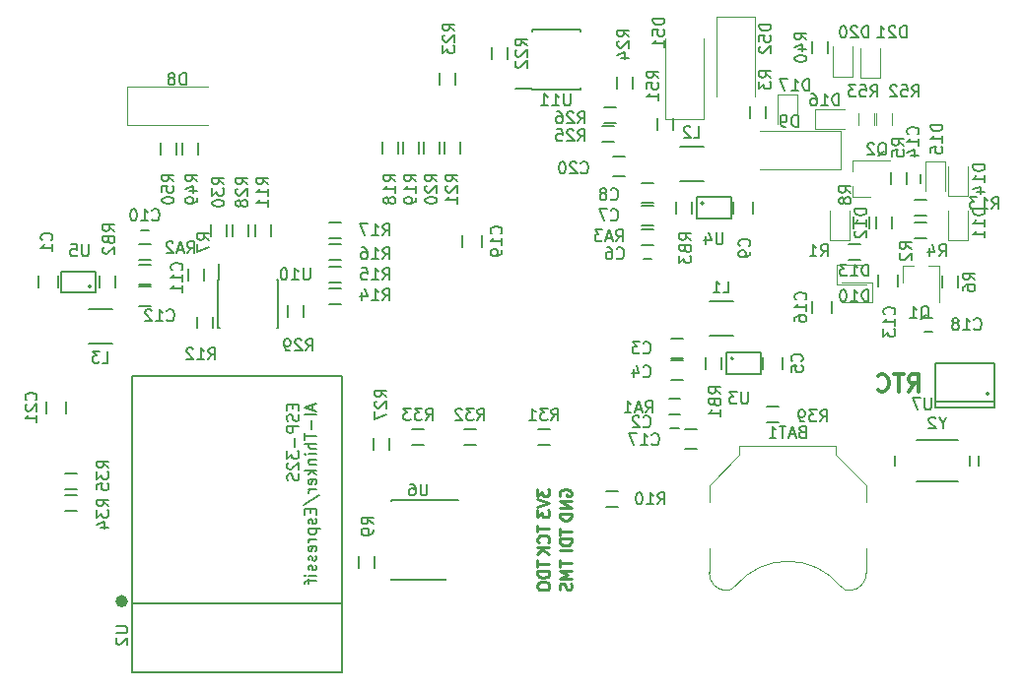
<source format=gbo>
G04 #@! TF.FileFunction,Legend,Bot*
%FSLAX46Y46*%
G04 Gerber Fmt 4.6, Leading zero omitted, Abs format (unit mm)*
G04 Created by KiCad (PCBNEW 4.0.7+dfsg1-1) date Tue Oct  3 19:54:00 2017*
%MOMM*%
%LPD*%
G01*
G04 APERTURE LIST*
%ADD10C,0.100000*%
%ADD11C,0.250000*%
%ADD12C,0.300000*%
%ADD13C,0.120000*%
%ADD14C,0.150000*%
%ADD15C,0.500000*%
%ADD16C,0.200000*%
G04 APERTURE END LIST*
D10*
D11*
X143082381Y-105854286D02*
X143082381Y-106425715D01*
X144082381Y-106140000D02*
X143082381Y-106140000D01*
X143987143Y-107330477D02*
X144034762Y-107282858D01*
X144082381Y-107140001D01*
X144082381Y-107044763D01*
X144034762Y-106901905D01*
X143939524Y-106806667D01*
X143844286Y-106759048D01*
X143653810Y-106711429D01*
X143510952Y-106711429D01*
X143320476Y-106759048D01*
X143225238Y-106806667D01*
X143130000Y-106901905D01*
X143082381Y-107044763D01*
X143082381Y-107140001D01*
X143130000Y-107282858D01*
X143177619Y-107330477D01*
X144082381Y-107759048D02*
X143082381Y-107759048D01*
X144082381Y-108330477D02*
X143510952Y-107901905D01*
X143082381Y-108330477D02*
X143653810Y-107759048D01*
X143082381Y-102726905D02*
X143082381Y-103345953D01*
X143463333Y-103012619D01*
X143463333Y-103155477D01*
X143510952Y-103250715D01*
X143558571Y-103298334D01*
X143653810Y-103345953D01*
X143891905Y-103345953D01*
X143987143Y-103298334D01*
X144034762Y-103250715D01*
X144082381Y-103155477D01*
X144082381Y-102869762D01*
X144034762Y-102774524D01*
X143987143Y-102726905D01*
X143082381Y-103631667D02*
X144082381Y-103965000D01*
X143082381Y-104298334D01*
X143082381Y-104536429D02*
X143082381Y-105155477D01*
X143463333Y-104822143D01*
X143463333Y-104965001D01*
X143510952Y-105060239D01*
X143558571Y-105107858D01*
X143653810Y-105155477D01*
X143891905Y-105155477D01*
X143987143Y-105107858D01*
X144034762Y-105060239D01*
X144082381Y-104965001D01*
X144082381Y-104679286D01*
X144034762Y-104584048D01*
X143987143Y-104536429D01*
X143082381Y-108878476D02*
X143082381Y-109449905D01*
X144082381Y-109164190D02*
X143082381Y-109164190D01*
X144082381Y-109783238D02*
X143082381Y-109783238D01*
X143082381Y-110021333D01*
X143130000Y-110164191D01*
X143225238Y-110259429D01*
X143320476Y-110307048D01*
X143510952Y-110354667D01*
X143653810Y-110354667D01*
X143844286Y-110307048D01*
X143939524Y-110259429D01*
X144034762Y-110164191D01*
X144082381Y-110021333D01*
X144082381Y-109783238D01*
X143082381Y-110973714D02*
X143082381Y-111164191D01*
X143130000Y-111259429D01*
X143225238Y-111354667D01*
X143415714Y-111402286D01*
X143749048Y-111402286D01*
X143939524Y-111354667D01*
X144034762Y-111259429D01*
X144082381Y-111164191D01*
X144082381Y-110973714D01*
X144034762Y-110878476D01*
X143939524Y-110783238D01*
X143749048Y-110735619D01*
X143415714Y-110735619D01*
X143225238Y-110783238D01*
X143130000Y-110878476D01*
X143082381Y-110973714D01*
X145035000Y-103330096D02*
X144987381Y-103234858D01*
X144987381Y-103092001D01*
X145035000Y-102949143D01*
X145130238Y-102853905D01*
X145225476Y-102806286D01*
X145415952Y-102758667D01*
X145558810Y-102758667D01*
X145749286Y-102806286D01*
X145844524Y-102853905D01*
X145939762Y-102949143D01*
X145987381Y-103092001D01*
X145987381Y-103187239D01*
X145939762Y-103330096D01*
X145892143Y-103377715D01*
X145558810Y-103377715D01*
X145558810Y-103187239D01*
X145987381Y-103806286D02*
X144987381Y-103806286D01*
X145987381Y-104377715D01*
X144987381Y-104377715D01*
X145987381Y-104853905D02*
X144987381Y-104853905D01*
X144987381Y-105092000D01*
X145035000Y-105234858D01*
X145130238Y-105330096D01*
X145225476Y-105377715D01*
X145415952Y-105425334D01*
X145558810Y-105425334D01*
X145749286Y-105377715D01*
X145844524Y-105330096D01*
X145939762Y-105234858D01*
X145987381Y-105092000D01*
X145987381Y-104853905D01*
X144987381Y-106116191D02*
X144987381Y-106687620D01*
X145987381Y-106401905D02*
X144987381Y-106401905D01*
X145987381Y-107020953D02*
X144987381Y-107020953D01*
X144987381Y-107259048D01*
X145035000Y-107401906D01*
X145130238Y-107497144D01*
X145225476Y-107544763D01*
X145415952Y-107592382D01*
X145558810Y-107592382D01*
X145749286Y-107544763D01*
X145844524Y-107497144D01*
X145939762Y-107401906D01*
X145987381Y-107259048D01*
X145987381Y-107020953D01*
X145987381Y-108020953D02*
X144987381Y-108020953D01*
X144987381Y-108854667D02*
X144987381Y-109426096D01*
X145987381Y-109140381D02*
X144987381Y-109140381D01*
X145987381Y-109759429D02*
X144987381Y-109759429D01*
X145701667Y-110092763D01*
X144987381Y-110426096D01*
X145987381Y-110426096D01*
X145939762Y-110854667D02*
X145987381Y-110997524D01*
X145987381Y-111235620D01*
X145939762Y-111330858D01*
X145892143Y-111378477D01*
X145796905Y-111426096D01*
X145701667Y-111426096D01*
X145606429Y-111378477D01*
X145558810Y-111330858D01*
X145511190Y-111235620D01*
X145463571Y-111045143D01*
X145415952Y-110949905D01*
X145368333Y-110902286D01*
X145273095Y-110854667D01*
X145177857Y-110854667D01*
X145082619Y-110902286D01*
X145035000Y-110949905D01*
X144987381Y-111045143D01*
X144987381Y-111283239D01*
X145035000Y-111426096D01*
D12*
X174967142Y-94356571D02*
X175467142Y-93642286D01*
X175824285Y-94356571D02*
X175824285Y-92856571D01*
X175252857Y-92856571D01*
X175109999Y-92928000D01*
X175038571Y-92999429D01*
X174967142Y-93142286D01*
X174967142Y-93356571D01*
X175038571Y-93499429D01*
X175109999Y-93570857D01*
X175252857Y-93642286D01*
X175824285Y-93642286D01*
X174538571Y-92856571D02*
X173681428Y-92856571D01*
X174109999Y-94356571D02*
X174109999Y-92856571D01*
X172324285Y-94213714D02*
X172395714Y-94285143D01*
X172610000Y-94356571D01*
X172752857Y-94356571D01*
X172967142Y-94285143D01*
X173110000Y-94142286D01*
X173181428Y-93999429D01*
X173252857Y-93713714D01*
X173252857Y-93499429D01*
X173181428Y-93213714D01*
X173110000Y-93070857D01*
X172967142Y-92928000D01*
X172752857Y-92856571D01*
X172610000Y-92856571D01*
X172395714Y-92928000D01*
X172324285Y-92999429D01*
D13*
X157345000Y-70900000D02*
X154045000Y-70900000D01*
X154045000Y-70900000D02*
X154045000Y-64000000D01*
X157345000Y-70900000D02*
X157345000Y-64000000D01*
D14*
X153369000Y-70826000D02*
X153369000Y-71826000D01*
X154719000Y-71826000D02*
X154719000Y-70826000D01*
X157870000Y-89565000D02*
X159870000Y-89565000D01*
X159870000Y-86615000D02*
X157870000Y-86615000D01*
X159886803Y-91500000D02*
G75*
G03X159886803Y-91500000I-111803J0D01*
G01*
X159275000Y-92800000D02*
X162275000Y-92800000D01*
X162275000Y-92800000D02*
X162275000Y-91000000D01*
X162275000Y-91000000D02*
X159275000Y-91000000D01*
X159275000Y-91000000D02*
X159275000Y-92800000D01*
X155330000Y-76230000D02*
X157330000Y-76230000D01*
X157330000Y-73280000D02*
X155330000Y-73280000D01*
X157346803Y-78135000D02*
G75*
G03X157346803Y-78135000I-111803J0D01*
G01*
X156735000Y-79435000D02*
X159735000Y-79435000D01*
X159735000Y-79435000D02*
X159735000Y-77635000D01*
X159735000Y-77635000D02*
X156735000Y-77635000D01*
X156735000Y-77635000D02*
X156735000Y-79435000D01*
X106530000Y-87250000D02*
X104530000Y-87250000D01*
X104530000Y-90200000D02*
X106530000Y-90200000D01*
X104736803Y-85315000D02*
G75*
G03X104736803Y-85315000I-111803J0D01*
G01*
X105125000Y-84015000D02*
X102125000Y-84015000D01*
X102125000Y-84015000D02*
X102125000Y-85815000D01*
X102125000Y-85815000D02*
X105125000Y-85815000D01*
X105125000Y-85815000D02*
X105125000Y-84015000D01*
X100235000Y-85415000D02*
X100235000Y-84415000D01*
X101935000Y-84415000D02*
X101935000Y-85415000D01*
X155560000Y-91480000D02*
X154560000Y-91480000D01*
X154560000Y-89780000D02*
X155560000Y-89780000D01*
X155560000Y-93385000D02*
X154560000Y-93385000D01*
X154560000Y-91685000D02*
X155560000Y-91685000D01*
X164165000Y-91400000D02*
X164165000Y-92400000D01*
X162465000Y-92400000D02*
X162465000Y-91400000D01*
X153020000Y-80050000D02*
X152020000Y-80050000D01*
X152020000Y-78350000D02*
X153020000Y-78350000D01*
X153020000Y-78145000D02*
X152020000Y-78145000D01*
X152020000Y-76445000D02*
X153020000Y-76445000D01*
X161625000Y-78065000D02*
X161625000Y-79065000D01*
X159925000Y-79065000D02*
X159925000Y-78065000D01*
X108840000Y-83430000D02*
X109840000Y-83430000D01*
X109840000Y-85130000D02*
X108840000Y-85130000D01*
X108840000Y-85335000D02*
X109840000Y-85335000D01*
X109840000Y-87035000D02*
X108840000Y-87035000D01*
X181857000Y-94567000D02*
G75*
G03X181857000Y-94567000I-127000J0D01*
G01*
X182365000Y-95202000D02*
X177285000Y-95202000D01*
X182365000Y-91900000D02*
X177285000Y-91900000D01*
X182365000Y-95710000D02*
X177285000Y-95710000D01*
X182365000Y-95710000D02*
X182365000Y-91900000D01*
X177285000Y-95710000D02*
X177285000Y-91900000D01*
X174071000Y-84288000D02*
X174071000Y-85288000D01*
X172371000Y-85288000D02*
X172371000Y-84288000D01*
D13*
X174435000Y-83520000D02*
X175365000Y-83520000D01*
X177595000Y-83520000D02*
X176665000Y-83520000D01*
X177595000Y-83520000D02*
X177595000Y-86680000D01*
X174435000Y-83520000D02*
X174435000Y-84980000D01*
X170175000Y-77605000D02*
X170175000Y-76675000D01*
X170175000Y-74445000D02*
X170175000Y-75375000D01*
X170175000Y-74445000D02*
X173335000Y-74445000D01*
X170175000Y-77605000D02*
X171635000Y-77605000D01*
D14*
X154510000Y-97510000D02*
X155210000Y-97510000D01*
X155210000Y-96310000D02*
X154510000Y-96310000D01*
X152170000Y-82975000D02*
X152870000Y-82975000D01*
X152870000Y-81775000D02*
X152170000Y-81775000D01*
X109690000Y-80505000D02*
X108990000Y-80505000D01*
X108990000Y-81705000D02*
X109690000Y-81705000D01*
X174780000Y-75675000D02*
X174780000Y-76375000D01*
X175980000Y-76375000D02*
X175980000Y-75675000D01*
X170800000Y-81700000D02*
X169800000Y-81700000D01*
X169800000Y-83050000D02*
X170800000Y-83050000D01*
X172165000Y-79335000D02*
X172165000Y-80335000D01*
X173515000Y-80335000D02*
X173515000Y-79335000D01*
X175515000Y-81145000D02*
X176515000Y-81145000D01*
X176515000Y-79795000D02*
X175515000Y-79795000D01*
X174785000Y-76525000D02*
X174785000Y-75525000D01*
X173435000Y-75525000D02*
X173435000Y-76525000D01*
X179230000Y-85415000D02*
X179230000Y-84415000D01*
X177880000Y-84415000D02*
X177880000Y-85415000D01*
X114460000Y-84780000D02*
X114460000Y-83780000D01*
X113110000Y-83780000D02*
X113110000Y-84780000D01*
X170260000Y-79335000D02*
X170260000Y-80335000D01*
X171610000Y-80335000D02*
X171610000Y-79335000D01*
X129065000Y-109545000D02*
X129065000Y-108545000D01*
X127715000Y-108545000D02*
X127715000Y-109545000D01*
X148972000Y-104259000D02*
X149972000Y-104259000D01*
X149972000Y-102909000D02*
X148972000Y-102909000D01*
X175515000Y-79240000D02*
X176515000Y-79240000D01*
X176515000Y-77890000D02*
X175515000Y-77890000D01*
X155360000Y-94965000D02*
X154360000Y-94965000D01*
X154360000Y-96315000D02*
X155360000Y-96315000D01*
X108840000Y-83050000D02*
X109840000Y-83050000D01*
X109840000Y-81700000D02*
X108840000Y-81700000D01*
X153020000Y-80430000D02*
X152020000Y-80430000D01*
X152020000Y-81780000D02*
X153020000Y-81780000D01*
X158910000Y-92400000D02*
X158910000Y-91400000D01*
X157560000Y-91400000D02*
X157560000Y-92400000D01*
X105490000Y-84415000D02*
X105490000Y-85415000D01*
X106840000Y-85415000D02*
X106840000Y-84415000D01*
X156370000Y-79065000D02*
X156370000Y-78065000D01*
X155020000Y-78065000D02*
X155020000Y-79065000D01*
X125182000Y-86860000D02*
X126182000Y-86860000D01*
X126182000Y-85510000D02*
X125182000Y-85510000D01*
X125182000Y-84954000D02*
X126182000Y-84954000D01*
X126182000Y-83604000D02*
X125182000Y-83604000D01*
X125182000Y-83050000D02*
X126182000Y-83050000D01*
X126182000Y-81700000D02*
X125182000Y-81700000D01*
X125182000Y-81145000D02*
X126182000Y-81145000D01*
X126182000Y-79795000D02*
X125182000Y-79795000D01*
X129747000Y-72858000D02*
X129747000Y-73858000D01*
X131097000Y-73858000D02*
X131097000Y-72858000D01*
X131525000Y-72858000D02*
X131525000Y-73858000D01*
X132875000Y-73858000D02*
X132875000Y-72858000D01*
X133303000Y-72858000D02*
X133303000Y-73858000D01*
X134653000Y-73858000D02*
X134653000Y-72858000D01*
X135081000Y-72858000D02*
X135081000Y-73858000D01*
X136431000Y-73858000D02*
X136431000Y-72858000D01*
X115655000Y-84745000D02*
X115705000Y-84745000D01*
X115655000Y-88895000D02*
X115800000Y-88895000D01*
X120805000Y-88895000D02*
X120660000Y-88895000D01*
X120805000Y-84745000D02*
X120660000Y-84745000D01*
X115655000Y-84745000D02*
X115655000Y-88895000D01*
X120805000Y-84745000D02*
X120805000Y-88895000D01*
X115705000Y-84745000D02*
X115705000Y-83345000D01*
X176300000Y-89198000D02*
X177000000Y-89198000D01*
X177000000Y-87998000D02*
X176300000Y-87998000D01*
X142605000Y-68375000D02*
X142605000Y-68325000D01*
X146755000Y-68375000D02*
X146755000Y-68230000D01*
X146755000Y-63225000D02*
X146755000Y-63370000D01*
X142605000Y-63225000D02*
X142605000Y-63370000D01*
X142605000Y-68375000D02*
X146755000Y-68375000D01*
X142605000Y-63225000D02*
X146755000Y-63225000D01*
X142605000Y-68325000D02*
X141205000Y-68325000D01*
D15*
X107638415Y-112384338D02*
G75*
G03X107638415Y-112384338I-283981J0D01*
G01*
D14*
X126260434Y-112530338D02*
X108260434Y-112530338D01*
X108260434Y-118530338D02*
X108260434Y-93030338D01*
X126260434Y-118530338D02*
X126260434Y-93030338D01*
X126260434Y-93030338D02*
X108260434Y-93030338D01*
X126260434Y-118530338D02*
X108260434Y-118530338D01*
X161370000Y-69810000D02*
X161370000Y-70810000D01*
X162720000Y-70810000D02*
X162720000Y-69810000D01*
X139145000Y-64730000D02*
X139145000Y-65730000D01*
X140495000Y-65730000D02*
X140495000Y-64730000D01*
X134700000Y-66932000D02*
X134700000Y-67932000D01*
X136050000Y-67932000D02*
X136050000Y-66932000D01*
X149940000Y-67270000D02*
X149940000Y-68270000D01*
X151290000Y-68270000D02*
X151290000Y-67270000D01*
X148675000Y-72890000D02*
X149675000Y-72890000D01*
X149675000Y-71540000D02*
X148675000Y-71540000D01*
X148780000Y-71275000D02*
X149780000Y-71275000D01*
X149780000Y-69925000D02*
X148780000Y-69925000D01*
X130510000Y-103690000D02*
X130510000Y-103790000D01*
X130510000Y-110515000D02*
X130510000Y-110490000D01*
X135160000Y-110515000D02*
X135160000Y-110490000D01*
X136235000Y-103690000D02*
X130510000Y-103690000D01*
X135160000Y-110515000D02*
X130510000Y-110515000D01*
X120175000Y-80970000D02*
X120175000Y-79970000D01*
X118825000Y-79970000D02*
X118825000Y-80970000D01*
X113805000Y-87900000D02*
X113805000Y-88900000D01*
X115155000Y-88900000D02*
X115155000Y-87900000D01*
X128985000Y-98385000D02*
X128985000Y-99385000D01*
X130335000Y-99385000D02*
X130335000Y-98385000D01*
X118270000Y-80970000D02*
X118270000Y-79970000D01*
X116920000Y-79970000D02*
X116920000Y-80970000D01*
X122955000Y-87900000D02*
X122955000Y-86900000D01*
X121605000Y-86900000D02*
X121605000Y-87900000D01*
X116365000Y-80970000D02*
X116365000Y-79970000D01*
X115015000Y-79970000D02*
X115015000Y-80970000D01*
X143130000Y-98925000D02*
X144130000Y-98925000D01*
X144130000Y-97575000D02*
X143130000Y-97575000D01*
X136780000Y-98925000D02*
X137780000Y-98925000D01*
X137780000Y-97575000D02*
X136780000Y-97575000D01*
X132335000Y-98925000D02*
X133335000Y-98925000D01*
X133335000Y-97575000D02*
X132335000Y-97575000D01*
X103490000Y-103290000D02*
X102490000Y-103290000D01*
X102490000Y-104640000D02*
X103490000Y-104640000D01*
X103490000Y-101385000D02*
X102490000Y-101385000D01*
X102490000Y-102735000D02*
X103490000Y-102735000D01*
X168356000Y-86574000D02*
X168356000Y-87574000D01*
X166656000Y-87574000D02*
X166656000Y-86574000D01*
X162815000Y-97020000D02*
X163815000Y-97020000D01*
X163815000Y-95670000D02*
X162815000Y-95670000D01*
X166704000Y-64222000D02*
X166704000Y-65222000D01*
X168054000Y-65222000D02*
X168054000Y-64222000D01*
X156780000Y-99250000D02*
X155780000Y-99250000D01*
X155780000Y-97550000D02*
X156780000Y-97550000D01*
X138330000Y-80900000D02*
X138330000Y-81900000D01*
X136630000Y-81900000D02*
X136630000Y-80900000D01*
X149580000Y-74150000D02*
X150580000Y-74150000D01*
X150580000Y-75850000D02*
X149580000Y-75850000D01*
X100870000Y-96210000D02*
X100870000Y-95210000D01*
X102570000Y-95210000D02*
X102570000Y-96210000D01*
X112602000Y-72985000D02*
X112602000Y-73985000D01*
X113952000Y-73985000D02*
X113952000Y-72985000D01*
X110697000Y-72985000D02*
X110697000Y-73985000D01*
X112047000Y-73985000D02*
X112047000Y-72985000D01*
D13*
X172160000Y-70445000D02*
X172160000Y-71445000D01*
X173520000Y-71445000D02*
X173520000Y-70445000D01*
X170636000Y-70445000D02*
X170636000Y-71445000D01*
X171996000Y-71445000D02*
X171996000Y-70445000D01*
X159170385Y-111454160D02*
G75*
G03X160085000Y-111070000I124615J984160D01*
G01*
X169999615Y-111454160D02*
G75*
G02X169085000Y-111070000I-124615J984160D01*
G01*
X160094339Y-111058671D02*
G75*
G02X169085000Y-111070000I4490661J-3711329D01*
G01*
X157835000Y-109920000D02*
G75*
G03X159285000Y-111470000I1500000J-50000D01*
G01*
X171335000Y-109920000D02*
G75*
G02X169885000Y-111470000I-1500000J-50000D01*
G01*
X157835000Y-107870000D02*
X157835000Y-109970000D01*
X171335000Y-107870000D02*
X171335000Y-109970000D01*
X171335000Y-103870000D02*
X171335000Y-102420000D01*
X171335000Y-102420000D02*
X168735000Y-99820000D01*
X168735000Y-99820000D02*
X168735000Y-99020000D01*
X168735000Y-99020000D02*
X160435000Y-99020000D01*
X160435000Y-99020000D02*
X160435000Y-99820000D01*
X160435000Y-99820000D02*
X157835000Y-102420000D01*
X157835000Y-102420000D02*
X157835000Y-103870000D01*
D14*
X173812000Y-99882000D02*
X173812000Y-100682000D01*
X179212000Y-98482000D02*
X175612000Y-98482000D01*
X179212000Y-102082000D02*
X175612000Y-102082000D01*
X180212000Y-99882000D02*
X180212000Y-100682000D01*
X181012000Y-99882000D02*
X181012000Y-100682000D01*
D13*
X176435000Y-74525000D02*
X178135000Y-74525000D01*
X178135000Y-74525000D02*
X178135000Y-77075000D01*
X176435000Y-74525000D02*
X176435000Y-77075000D01*
X168800000Y-85130000D02*
X168800000Y-83430000D01*
X168800000Y-83430000D02*
X171350000Y-83430000D01*
X168800000Y-85130000D02*
X171350000Y-85130000D01*
X180040000Y-81335000D02*
X178340000Y-81335000D01*
X178340000Y-81335000D02*
X178340000Y-78785000D01*
X180040000Y-81335000D02*
X180040000Y-78785000D01*
X169880000Y-81335000D02*
X168180000Y-81335000D01*
X168180000Y-81335000D02*
X168180000Y-78785000D01*
X169880000Y-81335000D02*
X169880000Y-78785000D01*
X171800000Y-84954000D02*
X171800000Y-86654000D01*
X171800000Y-86654000D02*
X169250000Y-86654000D01*
X171800000Y-84954000D02*
X169250000Y-84954000D01*
X180040000Y-77525000D02*
X178340000Y-77525000D01*
X178340000Y-77525000D02*
X178340000Y-74975000D01*
X180040000Y-77525000D02*
X180040000Y-74975000D01*
X166895000Y-71795000D02*
X166895000Y-70095000D01*
X166895000Y-70095000D02*
X169445000Y-70095000D01*
X166895000Y-71795000D02*
X169445000Y-71795000D01*
X163735000Y-68810000D02*
X165435000Y-68810000D01*
X165435000Y-68810000D02*
X165435000Y-71360000D01*
X163735000Y-68810000D02*
X163735000Y-71360000D01*
X170134000Y-67238000D02*
X168434000Y-67238000D01*
X168434000Y-67238000D02*
X168434000Y-64688000D01*
X170134000Y-67238000D02*
X170134000Y-64688000D01*
X172547000Y-67331000D02*
X170847000Y-67331000D01*
X170847000Y-67331000D02*
X170847000Y-64781000D01*
X172547000Y-67331000D02*
X172547000Y-64781000D01*
X107861000Y-71452000D02*
X107861000Y-68152000D01*
X107861000Y-68152000D02*
X114761000Y-68152000D01*
X107861000Y-71452000D02*
X114761000Y-71452000D01*
X169112000Y-71962000D02*
X169112000Y-75262000D01*
X169112000Y-75262000D02*
X162212000Y-75262000D01*
X169112000Y-71962000D02*
X162212000Y-71962000D01*
X158490000Y-62100000D02*
X161790000Y-62100000D01*
X161790000Y-62100000D02*
X161790000Y-69000000D01*
X158490000Y-62100000D02*
X158490000Y-69000000D01*
D14*
X153988381Y-62237714D02*
X152988381Y-62237714D01*
X152988381Y-62475809D01*
X153036000Y-62618667D01*
X153131238Y-62713905D01*
X153226476Y-62761524D01*
X153416952Y-62809143D01*
X153559810Y-62809143D01*
X153750286Y-62761524D01*
X153845524Y-62713905D01*
X153940762Y-62618667D01*
X153988381Y-62475809D01*
X153988381Y-62237714D01*
X152988381Y-63713905D02*
X152988381Y-63237714D01*
X153464571Y-63190095D01*
X153416952Y-63237714D01*
X153369333Y-63332952D01*
X153369333Y-63571048D01*
X153416952Y-63666286D01*
X153464571Y-63713905D01*
X153559810Y-63761524D01*
X153797905Y-63761524D01*
X153893143Y-63713905D01*
X153940762Y-63666286D01*
X153988381Y-63571048D01*
X153988381Y-63332952D01*
X153940762Y-63237714D01*
X153893143Y-63190095D01*
X153988381Y-64713905D02*
X153988381Y-64142476D01*
X153988381Y-64428190D02*
X152988381Y-64428190D01*
X153131238Y-64332952D01*
X153226476Y-64237714D01*
X153274095Y-64142476D01*
X153480381Y-67381143D02*
X153004190Y-67047809D01*
X153480381Y-66809714D02*
X152480381Y-66809714D01*
X152480381Y-67190667D01*
X152528000Y-67285905D01*
X152575619Y-67333524D01*
X152670857Y-67381143D01*
X152813714Y-67381143D01*
X152908952Y-67333524D01*
X152956571Y-67285905D01*
X153004190Y-67190667D01*
X153004190Y-66809714D01*
X152480381Y-68285905D02*
X152480381Y-67809714D01*
X152956571Y-67762095D01*
X152908952Y-67809714D01*
X152861333Y-67904952D01*
X152861333Y-68143048D01*
X152908952Y-68238286D01*
X152956571Y-68285905D01*
X153051810Y-68333524D01*
X153289905Y-68333524D01*
X153385143Y-68285905D01*
X153432762Y-68238286D01*
X153480381Y-68143048D01*
X153480381Y-67904952D01*
X153432762Y-67809714D01*
X153385143Y-67762095D01*
X153480381Y-69285905D02*
X153480381Y-68714476D01*
X153480381Y-69000190D02*
X152480381Y-69000190D01*
X152623238Y-68904952D01*
X152718476Y-68809714D01*
X152766095Y-68714476D01*
X159036666Y-85842381D02*
X159512857Y-85842381D01*
X159512857Y-84842381D01*
X158179523Y-85842381D02*
X158750952Y-85842381D01*
X158465238Y-85842381D02*
X158465238Y-84842381D01*
X158560476Y-84985238D01*
X158655714Y-85080476D01*
X158750952Y-85128095D01*
D16*
X161155905Y-94400381D02*
X161155905Y-95209905D01*
X161108286Y-95305143D01*
X161060667Y-95352762D01*
X160965429Y-95400381D01*
X160774952Y-95400381D01*
X160679714Y-95352762D01*
X160632095Y-95305143D01*
X160584476Y-95209905D01*
X160584476Y-94400381D01*
X160203524Y-94400381D02*
X159584476Y-94400381D01*
X159917810Y-94781333D01*
X159774952Y-94781333D01*
X159679714Y-94828952D01*
X159632095Y-94876571D01*
X159584476Y-94971810D01*
X159584476Y-95209905D01*
X159632095Y-95305143D01*
X159679714Y-95352762D01*
X159774952Y-95400381D01*
X160060667Y-95400381D01*
X160155905Y-95352762D01*
X160203524Y-95305143D01*
D14*
X156496666Y-72507381D02*
X156972857Y-72507381D01*
X156972857Y-71507381D01*
X156210952Y-71602619D02*
X156163333Y-71555000D01*
X156068095Y-71507381D01*
X155829999Y-71507381D01*
X155734761Y-71555000D01*
X155687142Y-71602619D01*
X155639523Y-71697857D01*
X155639523Y-71793095D01*
X155687142Y-71935952D01*
X156258571Y-72507381D01*
X155639523Y-72507381D01*
D16*
X158996905Y-80684381D02*
X158996905Y-81493905D01*
X158949286Y-81589143D01*
X158901667Y-81636762D01*
X158806429Y-81684381D01*
X158615952Y-81684381D01*
X158520714Y-81636762D01*
X158473095Y-81589143D01*
X158425476Y-81493905D01*
X158425476Y-80684381D01*
X157520714Y-81017714D02*
X157520714Y-81684381D01*
X157758810Y-80636762D02*
X157996905Y-81351048D01*
X157377857Y-81351048D01*
D14*
X105696666Y-91877381D02*
X106172857Y-91877381D01*
X106172857Y-90877381D01*
X105458571Y-90877381D02*
X104839523Y-90877381D01*
X105172857Y-91258333D01*
X105029999Y-91258333D01*
X104934761Y-91305952D01*
X104887142Y-91353571D01*
X104839523Y-91448810D01*
X104839523Y-91686905D01*
X104887142Y-91782143D01*
X104934761Y-91829762D01*
X105029999Y-91877381D01*
X105315714Y-91877381D01*
X105410952Y-91829762D01*
X105458571Y-91782143D01*
D16*
X104513905Y-81700381D02*
X104513905Y-82509905D01*
X104466286Y-82605143D01*
X104418667Y-82652762D01*
X104323429Y-82700381D01*
X104132952Y-82700381D01*
X104037714Y-82652762D01*
X103990095Y-82605143D01*
X103942476Y-82509905D01*
X103942476Y-81700381D01*
X102990095Y-81700381D02*
X103466286Y-81700381D01*
X103513905Y-82176571D01*
X103466286Y-82128952D01*
X103371048Y-82081333D01*
X103132952Y-82081333D01*
X103037714Y-82128952D01*
X102990095Y-82176571D01*
X102942476Y-82271810D01*
X102942476Y-82509905D01*
X102990095Y-82605143D01*
X103037714Y-82652762D01*
X103132952Y-82700381D01*
X103371048Y-82700381D01*
X103466286Y-82652762D01*
X103513905Y-82605143D01*
D14*
X101315143Y-81319334D02*
X101362762Y-81271715D01*
X101410381Y-81128858D01*
X101410381Y-81033620D01*
X101362762Y-80890762D01*
X101267524Y-80795524D01*
X101172286Y-80747905D01*
X100981810Y-80700286D01*
X100838952Y-80700286D01*
X100648476Y-80747905D01*
X100553238Y-80795524D01*
X100458000Y-80890762D01*
X100410381Y-81033620D01*
X100410381Y-81128858D01*
X100458000Y-81271715D01*
X100505619Y-81319334D01*
X101410381Y-82271715D02*
X101410381Y-81700286D01*
X101410381Y-81986000D02*
X100410381Y-81986000D01*
X100553238Y-81890762D01*
X100648476Y-81795524D01*
X100696095Y-81700286D01*
X152178666Y-90987143D02*
X152226285Y-91034762D01*
X152369142Y-91082381D01*
X152464380Y-91082381D01*
X152607238Y-91034762D01*
X152702476Y-90939524D01*
X152750095Y-90844286D01*
X152797714Y-90653810D01*
X152797714Y-90510952D01*
X152750095Y-90320476D01*
X152702476Y-90225238D01*
X152607238Y-90130000D01*
X152464380Y-90082381D01*
X152369142Y-90082381D01*
X152226285Y-90130000D01*
X152178666Y-90177619D01*
X151845333Y-90082381D02*
X151226285Y-90082381D01*
X151559619Y-90463333D01*
X151416761Y-90463333D01*
X151321523Y-90510952D01*
X151273904Y-90558571D01*
X151226285Y-90653810D01*
X151226285Y-90891905D01*
X151273904Y-90987143D01*
X151321523Y-91034762D01*
X151416761Y-91082381D01*
X151702476Y-91082381D01*
X151797714Y-91034762D01*
X151845333Y-90987143D01*
X152178666Y-93019143D02*
X152226285Y-93066762D01*
X152369142Y-93114381D01*
X152464380Y-93114381D01*
X152607238Y-93066762D01*
X152702476Y-92971524D01*
X152750095Y-92876286D01*
X152797714Y-92685810D01*
X152797714Y-92542952D01*
X152750095Y-92352476D01*
X152702476Y-92257238D01*
X152607238Y-92162000D01*
X152464380Y-92114381D01*
X152369142Y-92114381D01*
X152226285Y-92162000D01*
X152178666Y-92209619D01*
X151321523Y-92447714D02*
X151321523Y-93114381D01*
X151559619Y-92066762D02*
X151797714Y-92781048D01*
X151178666Y-92781048D01*
X165772143Y-91733334D02*
X165819762Y-91685715D01*
X165867381Y-91542858D01*
X165867381Y-91447620D01*
X165819762Y-91304762D01*
X165724524Y-91209524D01*
X165629286Y-91161905D01*
X165438810Y-91114286D01*
X165295952Y-91114286D01*
X165105476Y-91161905D01*
X165010238Y-91209524D01*
X164915000Y-91304762D01*
X164867381Y-91447620D01*
X164867381Y-91542858D01*
X164915000Y-91685715D01*
X164962619Y-91733334D01*
X164867381Y-92638096D02*
X164867381Y-92161905D01*
X165343571Y-92114286D01*
X165295952Y-92161905D01*
X165248333Y-92257143D01*
X165248333Y-92495239D01*
X165295952Y-92590477D01*
X165343571Y-92638096D01*
X165438810Y-92685715D01*
X165676905Y-92685715D01*
X165772143Y-92638096D01*
X165819762Y-92590477D01*
X165867381Y-92495239D01*
X165867381Y-92257143D01*
X165819762Y-92161905D01*
X165772143Y-92114286D01*
X149384666Y-79557143D02*
X149432285Y-79604762D01*
X149575142Y-79652381D01*
X149670380Y-79652381D01*
X149813238Y-79604762D01*
X149908476Y-79509524D01*
X149956095Y-79414286D01*
X150003714Y-79223810D01*
X150003714Y-79080952D01*
X149956095Y-78890476D01*
X149908476Y-78795238D01*
X149813238Y-78700000D01*
X149670380Y-78652381D01*
X149575142Y-78652381D01*
X149432285Y-78700000D01*
X149384666Y-78747619D01*
X149051333Y-78652381D02*
X148384666Y-78652381D01*
X148813238Y-79652381D01*
X149384666Y-77779143D02*
X149432285Y-77826762D01*
X149575142Y-77874381D01*
X149670380Y-77874381D01*
X149813238Y-77826762D01*
X149908476Y-77731524D01*
X149956095Y-77636286D01*
X150003714Y-77445810D01*
X150003714Y-77302952D01*
X149956095Y-77112476D01*
X149908476Y-77017238D01*
X149813238Y-76922000D01*
X149670380Y-76874381D01*
X149575142Y-76874381D01*
X149432285Y-76922000D01*
X149384666Y-76969619D01*
X148813238Y-77302952D02*
X148908476Y-77255333D01*
X148956095Y-77207714D01*
X149003714Y-77112476D01*
X149003714Y-77064857D01*
X148956095Y-76969619D01*
X148908476Y-76922000D01*
X148813238Y-76874381D01*
X148622761Y-76874381D01*
X148527523Y-76922000D01*
X148479904Y-76969619D01*
X148432285Y-77064857D01*
X148432285Y-77112476D01*
X148479904Y-77207714D01*
X148527523Y-77255333D01*
X148622761Y-77302952D01*
X148813238Y-77302952D01*
X148908476Y-77350571D01*
X148956095Y-77398190D01*
X149003714Y-77493429D01*
X149003714Y-77683905D01*
X148956095Y-77779143D01*
X148908476Y-77826762D01*
X148813238Y-77874381D01*
X148622761Y-77874381D01*
X148527523Y-77826762D01*
X148479904Y-77779143D01*
X148432285Y-77683905D01*
X148432285Y-77493429D01*
X148479904Y-77398190D01*
X148527523Y-77350571D01*
X148622761Y-77302952D01*
X161259143Y-81827334D02*
X161306762Y-81779715D01*
X161354381Y-81636858D01*
X161354381Y-81541620D01*
X161306762Y-81398762D01*
X161211524Y-81303524D01*
X161116286Y-81255905D01*
X160925810Y-81208286D01*
X160782952Y-81208286D01*
X160592476Y-81255905D01*
X160497238Y-81303524D01*
X160402000Y-81398762D01*
X160354381Y-81541620D01*
X160354381Y-81636858D01*
X160402000Y-81779715D01*
X160449619Y-81827334D01*
X161354381Y-82303524D02*
X161354381Y-82494000D01*
X161306762Y-82589239D01*
X161259143Y-82636858D01*
X161116286Y-82732096D01*
X160925810Y-82779715D01*
X160544857Y-82779715D01*
X160449619Y-82732096D01*
X160402000Y-82684477D01*
X160354381Y-82589239D01*
X160354381Y-82398762D01*
X160402000Y-82303524D01*
X160449619Y-82255905D01*
X160544857Y-82208286D01*
X160782952Y-82208286D01*
X160878190Y-82255905D01*
X160925810Y-82303524D01*
X160973429Y-82398762D01*
X160973429Y-82589239D01*
X160925810Y-82684477D01*
X160878190Y-82732096D01*
X160782952Y-82779715D01*
X112491143Y-83891143D02*
X112538762Y-83843524D01*
X112586381Y-83700667D01*
X112586381Y-83605429D01*
X112538762Y-83462571D01*
X112443524Y-83367333D01*
X112348286Y-83319714D01*
X112157810Y-83272095D01*
X112014952Y-83272095D01*
X111824476Y-83319714D01*
X111729238Y-83367333D01*
X111634000Y-83462571D01*
X111586381Y-83605429D01*
X111586381Y-83700667D01*
X111634000Y-83843524D01*
X111681619Y-83891143D01*
X112586381Y-84843524D02*
X112586381Y-84272095D01*
X112586381Y-84557809D02*
X111586381Y-84557809D01*
X111729238Y-84462571D01*
X111824476Y-84367333D01*
X111872095Y-84272095D01*
X112586381Y-85795905D02*
X112586381Y-85224476D01*
X112586381Y-85510190D02*
X111586381Y-85510190D01*
X111729238Y-85414952D01*
X111824476Y-85319714D01*
X111872095Y-85224476D01*
X111252857Y-88193143D02*
X111300476Y-88240762D01*
X111443333Y-88288381D01*
X111538571Y-88288381D01*
X111681429Y-88240762D01*
X111776667Y-88145524D01*
X111824286Y-88050286D01*
X111871905Y-87859810D01*
X111871905Y-87716952D01*
X111824286Y-87526476D01*
X111776667Y-87431238D01*
X111681429Y-87336000D01*
X111538571Y-87288381D01*
X111443333Y-87288381D01*
X111300476Y-87336000D01*
X111252857Y-87383619D01*
X110300476Y-88288381D02*
X110871905Y-88288381D01*
X110586191Y-88288381D02*
X110586191Y-87288381D01*
X110681429Y-87431238D01*
X110776667Y-87526476D01*
X110871905Y-87574095D01*
X109919524Y-87383619D02*
X109871905Y-87336000D01*
X109776667Y-87288381D01*
X109538571Y-87288381D01*
X109443333Y-87336000D01*
X109395714Y-87383619D01*
X109348095Y-87478857D01*
X109348095Y-87574095D01*
X109395714Y-87716952D01*
X109967143Y-88288381D01*
X109348095Y-88288381D01*
X176903905Y-94908381D02*
X176903905Y-95717905D01*
X176856286Y-95813143D01*
X176808667Y-95860762D01*
X176713429Y-95908381D01*
X176522952Y-95908381D01*
X176427714Y-95860762D01*
X176380095Y-95813143D01*
X176332476Y-95717905D01*
X176332476Y-94908381D01*
X175951524Y-94908381D02*
X175284857Y-94908381D01*
X175713429Y-95908381D01*
X173705143Y-87701143D02*
X173752762Y-87653524D01*
X173800381Y-87510667D01*
X173800381Y-87415429D01*
X173752762Y-87272571D01*
X173657524Y-87177333D01*
X173562286Y-87129714D01*
X173371810Y-87082095D01*
X173228952Y-87082095D01*
X173038476Y-87129714D01*
X172943238Y-87177333D01*
X172848000Y-87272571D01*
X172800381Y-87415429D01*
X172800381Y-87510667D01*
X172848000Y-87653524D01*
X172895619Y-87701143D01*
X173800381Y-88653524D02*
X173800381Y-88082095D01*
X173800381Y-88367809D02*
X172800381Y-88367809D01*
X172943238Y-88272571D01*
X173038476Y-88177333D01*
X173086095Y-88082095D01*
X172800381Y-88986857D02*
X172800381Y-89605905D01*
X173181333Y-89272571D01*
X173181333Y-89415429D01*
X173228952Y-89510667D01*
X173276571Y-89558286D01*
X173371810Y-89605905D01*
X173609905Y-89605905D01*
X173705143Y-89558286D01*
X173752762Y-89510667D01*
X173800381Y-89415429D01*
X173800381Y-89129714D01*
X173752762Y-89034476D01*
X173705143Y-88986857D01*
X175983238Y-88129619D02*
X176078476Y-88082000D01*
X176173714Y-87986762D01*
X176316571Y-87843905D01*
X176411810Y-87796286D01*
X176507048Y-87796286D01*
X176459429Y-88034381D02*
X176554667Y-87986762D01*
X176649905Y-87891524D01*
X176697524Y-87701048D01*
X176697524Y-87367714D01*
X176649905Y-87177238D01*
X176554667Y-87082000D01*
X176459429Y-87034381D01*
X176268952Y-87034381D01*
X176173714Y-87082000D01*
X176078476Y-87177238D01*
X176030857Y-87367714D01*
X176030857Y-87701048D01*
X176078476Y-87891524D01*
X176173714Y-87986762D01*
X176268952Y-88034381D01*
X176459429Y-88034381D01*
X175078476Y-88034381D02*
X175649905Y-88034381D01*
X175364191Y-88034381D02*
X175364191Y-87034381D01*
X175459429Y-87177238D01*
X175554667Y-87272476D01*
X175649905Y-87320095D01*
X172325238Y-74072619D02*
X172420476Y-74025000D01*
X172515714Y-73929762D01*
X172658571Y-73786905D01*
X172753810Y-73739286D01*
X172849048Y-73739286D01*
X172801429Y-73977381D02*
X172896667Y-73929762D01*
X172991905Y-73834524D01*
X173039524Y-73644048D01*
X173039524Y-73310714D01*
X172991905Y-73120238D01*
X172896667Y-73025000D01*
X172801429Y-72977381D01*
X172610952Y-72977381D01*
X172515714Y-73025000D01*
X172420476Y-73120238D01*
X172372857Y-73310714D01*
X172372857Y-73644048D01*
X172420476Y-73834524D01*
X172515714Y-73929762D01*
X172610952Y-73977381D01*
X172801429Y-73977381D01*
X171991905Y-73072619D02*
X171944286Y-73025000D01*
X171849048Y-72977381D01*
X171610952Y-72977381D01*
X171515714Y-73025000D01*
X171468095Y-73072619D01*
X171420476Y-73167857D01*
X171420476Y-73263095D01*
X171468095Y-73405952D01*
X172039524Y-73977381D01*
X171420476Y-73977381D01*
X152178666Y-97337143D02*
X152226285Y-97384762D01*
X152369142Y-97432381D01*
X152464380Y-97432381D01*
X152607238Y-97384762D01*
X152702476Y-97289524D01*
X152750095Y-97194286D01*
X152797714Y-97003810D01*
X152797714Y-96860952D01*
X152750095Y-96670476D01*
X152702476Y-96575238D01*
X152607238Y-96480000D01*
X152464380Y-96432381D01*
X152369142Y-96432381D01*
X152226285Y-96480000D01*
X152178666Y-96527619D01*
X151797714Y-96527619D02*
X151750095Y-96480000D01*
X151654857Y-96432381D01*
X151416761Y-96432381D01*
X151321523Y-96480000D01*
X151273904Y-96527619D01*
X151226285Y-96622857D01*
X151226285Y-96718095D01*
X151273904Y-96860952D01*
X151845333Y-97432381D01*
X151226285Y-97432381D01*
X149892666Y-82859143D02*
X149940285Y-82906762D01*
X150083142Y-82954381D01*
X150178380Y-82954381D01*
X150321238Y-82906762D01*
X150416476Y-82811524D01*
X150464095Y-82716286D01*
X150511714Y-82525810D01*
X150511714Y-82382952D01*
X150464095Y-82192476D01*
X150416476Y-82097238D01*
X150321238Y-82002000D01*
X150178380Y-81954381D01*
X150083142Y-81954381D01*
X149940285Y-82002000D01*
X149892666Y-82049619D01*
X149035523Y-81954381D02*
X149226000Y-81954381D01*
X149321238Y-82002000D01*
X149368857Y-82049619D01*
X149464095Y-82192476D01*
X149511714Y-82382952D01*
X149511714Y-82763905D01*
X149464095Y-82859143D01*
X149416476Y-82906762D01*
X149321238Y-82954381D01*
X149130761Y-82954381D01*
X149035523Y-82906762D01*
X148987904Y-82859143D01*
X148940285Y-82763905D01*
X148940285Y-82525810D01*
X148987904Y-82430571D01*
X149035523Y-82382952D01*
X149130761Y-82335333D01*
X149321238Y-82335333D01*
X149416476Y-82382952D01*
X149464095Y-82430571D01*
X149511714Y-82525810D01*
X109982857Y-79562143D02*
X110030476Y-79609762D01*
X110173333Y-79657381D01*
X110268571Y-79657381D01*
X110411429Y-79609762D01*
X110506667Y-79514524D01*
X110554286Y-79419286D01*
X110601905Y-79228810D01*
X110601905Y-79085952D01*
X110554286Y-78895476D01*
X110506667Y-78800238D01*
X110411429Y-78705000D01*
X110268571Y-78657381D01*
X110173333Y-78657381D01*
X110030476Y-78705000D01*
X109982857Y-78752619D01*
X109030476Y-79657381D02*
X109601905Y-79657381D01*
X109316191Y-79657381D02*
X109316191Y-78657381D01*
X109411429Y-78800238D01*
X109506667Y-78895476D01*
X109601905Y-78943095D01*
X108411429Y-78657381D02*
X108316190Y-78657381D01*
X108220952Y-78705000D01*
X108173333Y-78752619D01*
X108125714Y-78847857D01*
X108078095Y-79038333D01*
X108078095Y-79276429D01*
X108125714Y-79466905D01*
X108173333Y-79562143D01*
X108220952Y-79609762D01*
X108316190Y-79657381D01*
X108411429Y-79657381D01*
X108506667Y-79609762D01*
X108554286Y-79562143D01*
X108601905Y-79466905D01*
X108649524Y-79276429D01*
X108649524Y-79038333D01*
X108601905Y-78847857D01*
X108554286Y-78752619D01*
X108506667Y-78705000D01*
X108411429Y-78657381D01*
X175737143Y-72207143D02*
X175784762Y-72159524D01*
X175832381Y-72016667D01*
X175832381Y-71921429D01*
X175784762Y-71778571D01*
X175689524Y-71683333D01*
X175594286Y-71635714D01*
X175403810Y-71588095D01*
X175260952Y-71588095D01*
X175070476Y-71635714D01*
X174975238Y-71683333D01*
X174880000Y-71778571D01*
X174832381Y-71921429D01*
X174832381Y-72016667D01*
X174880000Y-72159524D01*
X174927619Y-72207143D01*
X175832381Y-73159524D02*
X175832381Y-72588095D01*
X175832381Y-72873809D02*
X174832381Y-72873809D01*
X174975238Y-72778571D01*
X175070476Y-72683333D01*
X175118095Y-72588095D01*
X175165714Y-74016667D02*
X175832381Y-74016667D01*
X174784762Y-73778571D02*
X175499048Y-73540476D01*
X175499048Y-74159524D01*
X167418666Y-82700381D02*
X167752000Y-82224190D01*
X167990095Y-82700381D02*
X167990095Y-81700381D01*
X167609142Y-81700381D01*
X167513904Y-81748000D01*
X167466285Y-81795619D01*
X167418666Y-81890857D01*
X167418666Y-82033714D01*
X167466285Y-82128952D01*
X167513904Y-82176571D01*
X167609142Y-82224190D01*
X167990095Y-82224190D01*
X166466285Y-82700381D02*
X167037714Y-82700381D01*
X166752000Y-82700381D02*
X166752000Y-81700381D01*
X166847238Y-81843238D01*
X166942476Y-81938476D01*
X167037714Y-81986095D01*
X175192381Y-82081334D02*
X174716190Y-81748000D01*
X175192381Y-81509905D02*
X174192381Y-81509905D01*
X174192381Y-81890858D01*
X174240000Y-81986096D01*
X174287619Y-82033715D01*
X174382857Y-82081334D01*
X174525714Y-82081334D01*
X174620952Y-82033715D01*
X174668571Y-81986096D01*
X174716190Y-81890858D01*
X174716190Y-81509905D01*
X174287619Y-82462286D02*
X174240000Y-82509905D01*
X174192381Y-82605143D01*
X174192381Y-82843239D01*
X174240000Y-82938477D01*
X174287619Y-82986096D01*
X174382857Y-83033715D01*
X174478095Y-83033715D01*
X174620952Y-82986096D01*
X175192381Y-82414667D01*
X175192381Y-83033715D01*
X177578666Y-82700381D02*
X177912000Y-82224190D01*
X178150095Y-82700381D02*
X178150095Y-81700381D01*
X177769142Y-81700381D01*
X177673904Y-81748000D01*
X177626285Y-81795619D01*
X177578666Y-81890857D01*
X177578666Y-82033714D01*
X177626285Y-82128952D01*
X177673904Y-82176571D01*
X177769142Y-82224190D01*
X178150095Y-82224190D01*
X176721523Y-82033714D02*
X176721523Y-82700381D01*
X176959619Y-81652762D02*
X177197714Y-82367048D01*
X176578666Y-82367048D01*
X174562381Y-73191334D02*
X174086190Y-72858000D01*
X174562381Y-72619905D02*
X173562381Y-72619905D01*
X173562381Y-73000858D01*
X173610000Y-73096096D01*
X173657619Y-73143715D01*
X173752857Y-73191334D01*
X173895714Y-73191334D01*
X173990952Y-73143715D01*
X174038571Y-73096096D01*
X174086190Y-73000858D01*
X174086190Y-72619905D01*
X173562381Y-74096096D02*
X173562381Y-73619905D01*
X174038571Y-73572286D01*
X173990952Y-73619905D01*
X173943333Y-73715143D01*
X173943333Y-73953239D01*
X173990952Y-74048477D01*
X174038571Y-74096096D01*
X174133810Y-74143715D01*
X174371905Y-74143715D01*
X174467143Y-74096096D01*
X174514762Y-74048477D01*
X174562381Y-73953239D01*
X174562381Y-73715143D01*
X174514762Y-73619905D01*
X174467143Y-73572286D01*
X180658381Y-84748334D02*
X180182190Y-84415000D01*
X180658381Y-84176905D02*
X179658381Y-84176905D01*
X179658381Y-84557858D01*
X179706000Y-84653096D01*
X179753619Y-84700715D01*
X179848857Y-84748334D01*
X179991714Y-84748334D01*
X180086952Y-84700715D01*
X180134571Y-84653096D01*
X180182190Y-84557858D01*
X180182190Y-84176905D01*
X179658381Y-85605477D02*
X179658381Y-85415000D01*
X179706000Y-85319762D01*
X179753619Y-85272143D01*
X179896476Y-85176905D01*
X180086952Y-85129286D01*
X180467905Y-85129286D01*
X180563143Y-85176905D01*
X180610762Y-85224524D01*
X180658381Y-85319762D01*
X180658381Y-85510239D01*
X180610762Y-85605477D01*
X180563143Y-85653096D01*
X180467905Y-85700715D01*
X180229810Y-85700715D01*
X180134571Y-85653096D01*
X180086952Y-85605477D01*
X180039333Y-85510239D01*
X180039333Y-85319762D01*
X180086952Y-85224524D01*
X180134571Y-85176905D01*
X180229810Y-85129286D01*
X114872381Y-81319334D02*
X114396190Y-80986000D01*
X114872381Y-80747905D02*
X113872381Y-80747905D01*
X113872381Y-81128858D01*
X113920000Y-81224096D01*
X113967619Y-81271715D01*
X114062857Y-81319334D01*
X114205714Y-81319334D01*
X114300952Y-81271715D01*
X114348571Y-81224096D01*
X114396190Y-81128858D01*
X114396190Y-80747905D01*
X113872381Y-81652667D02*
X113872381Y-82319334D01*
X114872381Y-81890762D01*
X169990381Y-77255334D02*
X169514190Y-76922000D01*
X169990381Y-76683905D02*
X168990381Y-76683905D01*
X168990381Y-77064858D01*
X169038000Y-77160096D01*
X169085619Y-77207715D01*
X169180857Y-77255334D01*
X169323714Y-77255334D01*
X169418952Y-77207715D01*
X169466571Y-77160096D01*
X169514190Y-77064858D01*
X169514190Y-76683905D01*
X169418952Y-77826762D02*
X169371333Y-77731524D01*
X169323714Y-77683905D01*
X169228476Y-77636286D01*
X169180857Y-77636286D01*
X169085619Y-77683905D01*
X169038000Y-77731524D01*
X168990381Y-77826762D01*
X168990381Y-78017239D01*
X169038000Y-78112477D01*
X169085619Y-78160096D01*
X169180857Y-78207715D01*
X169228476Y-78207715D01*
X169323714Y-78160096D01*
X169371333Y-78112477D01*
X169418952Y-78017239D01*
X169418952Y-77826762D01*
X169466571Y-77731524D01*
X169514190Y-77683905D01*
X169609429Y-77636286D01*
X169799905Y-77636286D01*
X169895143Y-77683905D01*
X169942762Y-77731524D01*
X169990381Y-77826762D01*
X169990381Y-78017239D01*
X169942762Y-78112477D01*
X169895143Y-78160096D01*
X169799905Y-78207715D01*
X169609429Y-78207715D01*
X169514190Y-78160096D01*
X169466571Y-78112477D01*
X169418952Y-78017239D01*
X128968381Y-105748334D02*
X128492190Y-105415000D01*
X128968381Y-105176905D02*
X127968381Y-105176905D01*
X127968381Y-105557858D01*
X128016000Y-105653096D01*
X128063619Y-105700715D01*
X128158857Y-105748334D01*
X128301714Y-105748334D01*
X128396952Y-105700715D01*
X128444571Y-105653096D01*
X128492190Y-105557858D01*
X128492190Y-105176905D01*
X128968381Y-106224524D02*
X128968381Y-106415000D01*
X128920762Y-106510239D01*
X128873143Y-106557858D01*
X128730286Y-106653096D01*
X128539810Y-106700715D01*
X128158857Y-106700715D01*
X128063619Y-106653096D01*
X128016000Y-106605477D01*
X127968381Y-106510239D01*
X127968381Y-106319762D01*
X128016000Y-106224524D01*
X128063619Y-106176905D01*
X128158857Y-106129286D01*
X128396952Y-106129286D01*
X128492190Y-106176905D01*
X128539810Y-106224524D01*
X128587429Y-106319762D01*
X128587429Y-106510239D01*
X128539810Y-106605477D01*
X128492190Y-106653096D01*
X128396952Y-106700715D01*
X153416857Y-104036381D02*
X153750191Y-103560190D01*
X153988286Y-104036381D02*
X153988286Y-103036381D01*
X153607333Y-103036381D01*
X153512095Y-103084000D01*
X153464476Y-103131619D01*
X153416857Y-103226857D01*
X153416857Y-103369714D01*
X153464476Y-103464952D01*
X153512095Y-103512571D01*
X153607333Y-103560190D01*
X153988286Y-103560190D01*
X152464476Y-104036381D02*
X153035905Y-104036381D01*
X152750191Y-104036381D02*
X152750191Y-103036381D01*
X152845429Y-103179238D01*
X152940667Y-103274476D01*
X153035905Y-103322095D01*
X151845429Y-103036381D02*
X151750190Y-103036381D01*
X151654952Y-103084000D01*
X151607333Y-103131619D01*
X151559714Y-103226857D01*
X151512095Y-103417333D01*
X151512095Y-103655429D01*
X151559714Y-103845905D01*
X151607333Y-103941143D01*
X151654952Y-103988762D01*
X151750190Y-104036381D01*
X151845429Y-104036381D01*
X151940667Y-103988762D01*
X151988286Y-103941143D01*
X152035905Y-103845905D01*
X152083524Y-103655429D01*
X152083524Y-103417333D01*
X152035905Y-103226857D01*
X151988286Y-103131619D01*
X151940667Y-103084000D01*
X151845429Y-103036381D01*
X182118857Y-78636381D02*
X182452191Y-78160190D01*
X182690286Y-78636381D02*
X182690286Y-77636381D01*
X182309333Y-77636381D01*
X182214095Y-77684000D01*
X182166476Y-77731619D01*
X182118857Y-77826857D01*
X182118857Y-77969714D01*
X182166476Y-78064952D01*
X182214095Y-78112571D01*
X182309333Y-78160190D01*
X182690286Y-78160190D01*
X181166476Y-78636381D02*
X181737905Y-78636381D01*
X181452191Y-78636381D02*
X181452191Y-77636381D01*
X181547429Y-77779238D01*
X181642667Y-77874476D01*
X181737905Y-77922095D01*
X180833143Y-77636381D02*
X180214095Y-77636381D01*
X180547429Y-78017333D01*
X180404571Y-78017333D01*
X180309333Y-78064952D01*
X180261714Y-78112571D01*
X180214095Y-78207810D01*
X180214095Y-78445905D01*
X180261714Y-78541143D01*
X180309333Y-78588762D01*
X180404571Y-78636381D01*
X180690286Y-78636381D01*
X180785524Y-78588762D01*
X180833143Y-78541143D01*
X152353238Y-96162381D02*
X152686572Y-95686190D01*
X152924667Y-96162381D02*
X152924667Y-95162381D01*
X152543714Y-95162381D01*
X152448476Y-95210000D01*
X152400857Y-95257619D01*
X152353238Y-95352857D01*
X152353238Y-95495714D01*
X152400857Y-95590952D01*
X152448476Y-95638571D01*
X152543714Y-95686190D01*
X152924667Y-95686190D01*
X151972286Y-95876667D02*
X151496095Y-95876667D01*
X152067524Y-96162381D02*
X151734191Y-95162381D01*
X151400857Y-96162381D01*
X150543714Y-96162381D02*
X151115143Y-96162381D01*
X150829429Y-96162381D02*
X150829429Y-95162381D01*
X150924667Y-95305238D01*
X151019905Y-95400476D01*
X151115143Y-95448095D01*
X112983238Y-82446381D02*
X113316572Y-81970190D01*
X113554667Y-82446381D02*
X113554667Y-81446381D01*
X113173714Y-81446381D01*
X113078476Y-81494000D01*
X113030857Y-81541619D01*
X112983238Y-81636857D01*
X112983238Y-81779714D01*
X113030857Y-81874952D01*
X113078476Y-81922571D01*
X113173714Y-81970190D01*
X113554667Y-81970190D01*
X112602286Y-82160667D02*
X112126095Y-82160667D01*
X112697524Y-82446381D02*
X112364191Y-81446381D01*
X112030857Y-82446381D01*
X111745143Y-81541619D02*
X111697524Y-81494000D01*
X111602286Y-81446381D01*
X111364190Y-81446381D01*
X111268952Y-81494000D01*
X111221333Y-81541619D01*
X111173714Y-81636857D01*
X111173714Y-81732095D01*
X111221333Y-81874952D01*
X111792762Y-82446381D01*
X111173714Y-82446381D01*
X149813238Y-81430381D02*
X150146572Y-80954190D01*
X150384667Y-81430381D02*
X150384667Y-80430381D01*
X150003714Y-80430381D01*
X149908476Y-80478000D01*
X149860857Y-80525619D01*
X149813238Y-80620857D01*
X149813238Y-80763714D01*
X149860857Y-80858952D01*
X149908476Y-80906571D01*
X150003714Y-80954190D01*
X150384667Y-80954190D01*
X149432286Y-81144667D02*
X148956095Y-81144667D01*
X149527524Y-81430381D02*
X149194191Y-80430381D01*
X148860857Y-81430381D01*
X148622762Y-80430381D02*
X148003714Y-80430381D01*
X148337048Y-80811333D01*
X148194190Y-80811333D01*
X148098952Y-80858952D01*
X148051333Y-80906571D01*
X148003714Y-81001810D01*
X148003714Y-81239905D01*
X148051333Y-81335143D01*
X148098952Y-81382762D01*
X148194190Y-81430381D01*
X148479905Y-81430381D01*
X148575143Y-81382762D01*
X148622762Y-81335143D01*
X158814381Y-94535334D02*
X158338190Y-94202000D01*
X158814381Y-93963905D02*
X157814381Y-93963905D01*
X157814381Y-94344858D01*
X157862000Y-94440096D01*
X157909619Y-94487715D01*
X158004857Y-94535334D01*
X158147714Y-94535334D01*
X158242952Y-94487715D01*
X158290571Y-94440096D01*
X158338190Y-94344858D01*
X158338190Y-93963905D01*
X158290571Y-95297239D02*
X158338190Y-95440096D01*
X158385810Y-95487715D01*
X158481048Y-95535334D01*
X158623905Y-95535334D01*
X158719143Y-95487715D01*
X158766762Y-95440096D01*
X158814381Y-95344858D01*
X158814381Y-94963905D01*
X157814381Y-94963905D01*
X157814381Y-95297239D01*
X157862000Y-95392477D01*
X157909619Y-95440096D01*
X158004857Y-95487715D01*
X158100095Y-95487715D01*
X158195333Y-95440096D01*
X158242952Y-95392477D01*
X158290571Y-95297239D01*
X158290571Y-94963905D01*
X158814381Y-96487715D02*
X158814381Y-95916286D01*
X158814381Y-96202000D02*
X157814381Y-96202000D01*
X157957238Y-96106762D01*
X158052476Y-96011524D01*
X158100095Y-95916286D01*
X106744381Y-80565334D02*
X106268190Y-80232000D01*
X106744381Y-79993905D02*
X105744381Y-79993905D01*
X105744381Y-80374858D01*
X105792000Y-80470096D01*
X105839619Y-80517715D01*
X105934857Y-80565334D01*
X106077714Y-80565334D01*
X106172952Y-80517715D01*
X106220571Y-80470096D01*
X106268190Y-80374858D01*
X106268190Y-79993905D01*
X106220571Y-81327239D02*
X106268190Y-81470096D01*
X106315810Y-81517715D01*
X106411048Y-81565334D01*
X106553905Y-81565334D01*
X106649143Y-81517715D01*
X106696762Y-81470096D01*
X106744381Y-81374858D01*
X106744381Y-80993905D01*
X105744381Y-80993905D01*
X105744381Y-81327239D01*
X105792000Y-81422477D01*
X105839619Y-81470096D01*
X105934857Y-81517715D01*
X106030095Y-81517715D01*
X106125333Y-81470096D01*
X106172952Y-81422477D01*
X106220571Y-81327239D01*
X106220571Y-80993905D01*
X105839619Y-81946286D02*
X105792000Y-81993905D01*
X105744381Y-82089143D01*
X105744381Y-82327239D01*
X105792000Y-82422477D01*
X105839619Y-82470096D01*
X105934857Y-82517715D01*
X106030095Y-82517715D01*
X106172952Y-82470096D01*
X106744381Y-81898667D01*
X106744381Y-82517715D01*
X156274381Y-81327334D02*
X155798190Y-80994000D01*
X156274381Y-80755905D02*
X155274381Y-80755905D01*
X155274381Y-81136858D01*
X155322000Y-81232096D01*
X155369619Y-81279715D01*
X155464857Y-81327334D01*
X155607714Y-81327334D01*
X155702952Y-81279715D01*
X155750571Y-81232096D01*
X155798190Y-81136858D01*
X155798190Y-80755905D01*
X155750571Y-82089239D02*
X155798190Y-82232096D01*
X155845810Y-82279715D01*
X155941048Y-82327334D01*
X156083905Y-82327334D01*
X156179143Y-82279715D01*
X156226762Y-82232096D01*
X156274381Y-82136858D01*
X156274381Y-81755905D01*
X155274381Y-81755905D01*
X155274381Y-82089239D01*
X155322000Y-82184477D01*
X155369619Y-82232096D01*
X155464857Y-82279715D01*
X155560095Y-82279715D01*
X155655333Y-82232096D01*
X155702952Y-82184477D01*
X155750571Y-82089239D01*
X155750571Y-81755905D01*
X155274381Y-82660667D02*
X155274381Y-83279715D01*
X155655333Y-82946381D01*
X155655333Y-83089239D01*
X155702952Y-83184477D01*
X155750571Y-83232096D01*
X155845810Y-83279715D01*
X156083905Y-83279715D01*
X156179143Y-83232096D01*
X156226762Y-83184477D01*
X156274381Y-83089239D01*
X156274381Y-82803524D01*
X156226762Y-82708286D01*
X156179143Y-82660667D01*
X129794857Y-86510381D02*
X130128191Y-86034190D01*
X130366286Y-86510381D02*
X130366286Y-85510381D01*
X129985333Y-85510381D01*
X129890095Y-85558000D01*
X129842476Y-85605619D01*
X129794857Y-85700857D01*
X129794857Y-85843714D01*
X129842476Y-85938952D01*
X129890095Y-85986571D01*
X129985333Y-86034190D01*
X130366286Y-86034190D01*
X128842476Y-86510381D02*
X129413905Y-86510381D01*
X129128191Y-86510381D02*
X129128191Y-85510381D01*
X129223429Y-85653238D01*
X129318667Y-85748476D01*
X129413905Y-85796095D01*
X127985333Y-85843714D02*
X127985333Y-86510381D01*
X128223429Y-85462762D02*
X128461524Y-86177048D01*
X127842476Y-86177048D01*
X129794857Y-84732381D02*
X130128191Y-84256190D01*
X130366286Y-84732381D02*
X130366286Y-83732381D01*
X129985333Y-83732381D01*
X129890095Y-83780000D01*
X129842476Y-83827619D01*
X129794857Y-83922857D01*
X129794857Y-84065714D01*
X129842476Y-84160952D01*
X129890095Y-84208571D01*
X129985333Y-84256190D01*
X130366286Y-84256190D01*
X128842476Y-84732381D02*
X129413905Y-84732381D01*
X129128191Y-84732381D02*
X129128191Y-83732381D01*
X129223429Y-83875238D01*
X129318667Y-83970476D01*
X129413905Y-84018095D01*
X127937714Y-83732381D02*
X128413905Y-83732381D01*
X128461524Y-84208571D01*
X128413905Y-84160952D01*
X128318667Y-84113333D01*
X128080571Y-84113333D01*
X127985333Y-84160952D01*
X127937714Y-84208571D01*
X127890095Y-84303810D01*
X127890095Y-84541905D01*
X127937714Y-84637143D01*
X127985333Y-84684762D01*
X128080571Y-84732381D01*
X128318667Y-84732381D01*
X128413905Y-84684762D01*
X128461524Y-84637143D01*
X129794857Y-82954381D02*
X130128191Y-82478190D01*
X130366286Y-82954381D02*
X130366286Y-81954381D01*
X129985333Y-81954381D01*
X129890095Y-82002000D01*
X129842476Y-82049619D01*
X129794857Y-82144857D01*
X129794857Y-82287714D01*
X129842476Y-82382952D01*
X129890095Y-82430571D01*
X129985333Y-82478190D01*
X130366286Y-82478190D01*
X128842476Y-82954381D02*
X129413905Y-82954381D01*
X129128191Y-82954381D02*
X129128191Y-81954381D01*
X129223429Y-82097238D01*
X129318667Y-82192476D01*
X129413905Y-82240095D01*
X127985333Y-81954381D02*
X128175810Y-81954381D01*
X128271048Y-82002000D01*
X128318667Y-82049619D01*
X128413905Y-82192476D01*
X128461524Y-82382952D01*
X128461524Y-82763905D01*
X128413905Y-82859143D01*
X128366286Y-82906762D01*
X128271048Y-82954381D01*
X128080571Y-82954381D01*
X127985333Y-82906762D01*
X127937714Y-82859143D01*
X127890095Y-82763905D01*
X127890095Y-82525810D01*
X127937714Y-82430571D01*
X127985333Y-82382952D01*
X128080571Y-82335333D01*
X128271048Y-82335333D01*
X128366286Y-82382952D01*
X128413905Y-82430571D01*
X128461524Y-82525810D01*
X129794857Y-80922381D02*
X130128191Y-80446190D01*
X130366286Y-80922381D02*
X130366286Y-79922381D01*
X129985333Y-79922381D01*
X129890095Y-79970000D01*
X129842476Y-80017619D01*
X129794857Y-80112857D01*
X129794857Y-80255714D01*
X129842476Y-80350952D01*
X129890095Y-80398571D01*
X129985333Y-80446190D01*
X130366286Y-80446190D01*
X128842476Y-80922381D02*
X129413905Y-80922381D01*
X129128191Y-80922381D02*
X129128191Y-79922381D01*
X129223429Y-80065238D01*
X129318667Y-80160476D01*
X129413905Y-80208095D01*
X128509143Y-79922381D02*
X127842476Y-79922381D01*
X128271048Y-80922381D01*
X130874381Y-76271143D02*
X130398190Y-75937809D01*
X130874381Y-75699714D02*
X129874381Y-75699714D01*
X129874381Y-76080667D01*
X129922000Y-76175905D01*
X129969619Y-76223524D01*
X130064857Y-76271143D01*
X130207714Y-76271143D01*
X130302952Y-76223524D01*
X130350571Y-76175905D01*
X130398190Y-76080667D01*
X130398190Y-75699714D01*
X130874381Y-77223524D02*
X130874381Y-76652095D01*
X130874381Y-76937809D02*
X129874381Y-76937809D01*
X130017238Y-76842571D01*
X130112476Y-76747333D01*
X130160095Y-76652095D01*
X130302952Y-77794952D02*
X130255333Y-77699714D01*
X130207714Y-77652095D01*
X130112476Y-77604476D01*
X130064857Y-77604476D01*
X129969619Y-77652095D01*
X129922000Y-77699714D01*
X129874381Y-77794952D01*
X129874381Y-77985429D01*
X129922000Y-78080667D01*
X129969619Y-78128286D01*
X130064857Y-78175905D01*
X130112476Y-78175905D01*
X130207714Y-78128286D01*
X130255333Y-78080667D01*
X130302952Y-77985429D01*
X130302952Y-77794952D01*
X130350571Y-77699714D01*
X130398190Y-77652095D01*
X130493429Y-77604476D01*
X130683905Y-77604476D01*
X130779143Y-77652095D01*
X130826762Y-77699714D01*
X130874381Y-77794952D01*
X130874381Y-77985429D01*
X130826762Y-78080667D01*
X130779143Y-78128286D01*
X130683905Y-78175905D01*
X130493429Y-78175905D01*
X130398190Y-78128286D01*
X130350571Y-78080667D01*
X130302952Y-77985429D01*
X132652381Y-76271143D02*
X132176190Y-75937809D01*
X132652381Y-75699714D02*
X131652381Y-75699714D01*
X131652381Y-76080667D01*
X131700000Y-76175905D01*
X131747619Y-76223524D01*
X131842857Y-76271143D01*
X131985714Y-76271143D01*
X132080952Y-76223524D01*
X132128571Y-76175905D01*
X132176190Y-76080667D01*
X132176190Y-75699714D01*
X132652381Y-77223524D02*
X132652381Y-76652095D01*
X132652381Y-76937809D02*
X131652381Y-76937809D01*
X131795238Y-76842571D01*
X131890476Y-76747333D01*
X131938095Y-76652095D01*
X132652381Y-77699714D02*
X132652381Y-77890190D01*
X132604762Y-77985429D01*
X132557143Y-78033048D01*
X132414286Y-78128286D01*
X132223810Y-78175905D01*
X131842857Y-78175905D01*
X131747619Y-78128286D01*
X131700000Y-78080667D01*
X131652381Y-77985429D01*
X131652381Y-77794952D01*
X131700000Y-77699714D01*
X131747619Y-77652095D01*
X131842857Y-77604476D01*
X132080952Y-77604476D01*
X132176190Y-77652095D01*
X132223810Y-77699714D01*
X132271429Y-77794952D01*
X132271429Y-77985429D01*
X132223810Y-78080667D01*
X132176190Y-78128286D01*
X132080952Y-78175905D01*
X134430381Y-76271143D02*
X133954190Y-75937809D01*
X134430381Y-75699714D02*
X133430381Y-75699714D01*
X133430381Y-76080667D01*
X133478000Y-76175905D01*
X133525619Y-76223524D01*
X133620857Y-76271143D01*
X133763714Y-76271143D01*
X133858952Y-76223524D01*
X133906571Y-76175905D01*
X133954190Y-76080667D01*
X133954190Y-75699714D01*
X133525619Y-76652095D02*
X133478000Y-76699714D01*
X133430381Y-76794952D01*
X133430381Y-77033048D01*
X133478000Y-77128286D01*
X133525619Y-77175905D01*
X133620857Y-77223524D01*
X133716095Y-77223524D01*
X133858952Y-77175905D01*
X134430381Y-76604476D01*
X134430381Y-77223524D01*
X133430381Y-77842571D02*
X133430381Y-77937810D01*
X133478000Y-78033048D01*
X133525619Y-78080667D01*
X133620857Y-78128286D01*
X133811333Y-78175905D01*
X134049429Y-78175905D01*
X134239905Y-78128286D01*
X134335143Y-78080667D01*
X134382762Y-78033048D01*
X134430381Y-77937810D01*
X134430381Y-77842571D01*
X134382762Y-77747333D01*
X134335143Y-77699714D01*
X134239905Y-77652095D01*
X134049429Y-77604476D01*
X133811333Y-77604476D01*
X133620857Y-77652095D01*
X133525619Y-77699714D01*
X133478000Y-77747333D01*
X133430381Y-77842571D01*
X136208381Y-76271143D02*
X135732190Y-75937809D01*
X136208381Y-75699714D02*
X135208381Y-75699714D01*
X135208381Y-76080667D01*
X135256000Y-76175905D01*
X135303619Y-76223524D01*
X135398857Y-76271143D01*
X135541714Y-76271143D01*
X135636952Y-76223524D01*
X135684571Y-76175905D01*
X135732190Y-76080667D01*
X135732190Y-75699714D01*
X135303619Y-76652095D02*
X135256000Y-76699714D01*
X135208381Y-76794952D01*
X135208381Y-77033048D01*
X135256000Y-77128286D01*
X135303619Y-77175905D01*
X135398857Y-77223524D01*
X135494095Y-77223524D01*
X135636952Y-77175905D01*
X136208381Y-76604476D01*
X136208381Y-77223524D01*
X136208381Y-78175905D02*
X136208381Y-77604476D01*
X136208381Y-77890190D02*
X135208381Y-77890190D01*
X135351238Y-77794952D01*
X135446476Y-77699714D01*
X135494095Y-77604476D01*
X123532095Y-83732381D02*
X123532095Y-84541905D01*
X123484476Y-84637143D01*
X123436857Y-84684762D01*
X123341619Y-84732381D01*
X123151142Y-84732381D01*
X123055904Y-84684762D01*
X123008285Y-84637143D01*
X122960666Y-84541905D01*
X122960666Y-83732381D01*
X121960666Y-84732381D02*
X122532095Y-84732381D01*
X122246381Y-84732381D02*
X122246381Y-83732381D01*
X122341619Y-83875238D01*
X122436857Y-83970476D01*
X122532095Y-84018095D01*
X121341619Y-83732381D02*
X121246380Y-83732381D01*
X121151142Y-83780000D01*
X121103523Y-83827619D01*
X121055904Y-83922857D01*
X121008285Y-84113333D01*
X121008285Y-84351429D01*
X121055904Y-84541905D01*
X121103523Y-84637143D01*
X121151142Y-84684762D01*
X121246380Y-84732381D01*
X121341619Y-84732381D01*
X121436857Y-84684762D01*
X121484476Y-84637143D01*
X121532095Y-84541905D01*
X121579714Y-84351429D01*
X121579714Y-84113333D01*
X121532095Y-83922857D01*
X121484476Y-83827619D01*
X121436857Y-83780000D01*
X121341619Y-83732381D01*
X180594857Y-88955143D02*
X180642476Y-89002762D01*
X180785333Y-89050381D01*
X180880571Y-89050381D01*
X181023429Y-89002762D01*
X181118667Y-88907524D01*
X181166286Y-88812286D01*
X181213905Y-88621810D01*
X181213905Y-88478952D01*
X181166286Y-88288476D01*
X181118667Y-88193238D01*
X181023429Y-88098000D01*
X180880571Y-88050381D01*
X180785333Y-88050381D01*
X180642476Y-88098000D01*
X180594857Y-88145619D01*
X179642476Y-89050381D02*
X180213905Y-89050381D01*
X179928191Y-89050381D02*
X179928191Y-88050381D01*
X180023429Y-88193238D01*
X180118667Y-88288476D01*
X180213905Y-88336095D01*
X179071048Y-88478952D02*
X179166286Y-88431333D01*
X179213905Y-88383714D01*
X179261524Y-88288476D01*
X179261524Y-88240857D01*
X179213905Y-88145619D01*
X179166286Y-88098000D01*
X179071048Y-88050381D01*
X178880571Y-88050381D01*
X178785333Y-88098000D01*
X178737714Y-88145619D01*
X178690095Y-88240857D01*
X178690095Y-88288476D01*
X178737714Y-88383714D01*
X178785333Y-88431333D01*
X178880571Y-88478952D01*
X179071048Y-88478952D01*
X179166286Y-88526571D01*
X179213905Y-88574190D01*
X179261524Y-88669429D01*
X179261524Y-88859905D01*
X179213905Y-88955143D01*
X179166286Y-89002762D01*
X179071048Y-89050381D01*
X178880571Y-89050381D01*
X178785333Y-89002762D01*
X178737714Y-88955143D01*
X178690095Y-88859905D01*
X178690095Y-88669429D01*
X178737714Y-88574190D01*
X178785333Y-88526571D01*
X178880571Y-88478952D01*
X145918095Y-68752381D02*
X145918095Y-69561905D01*
X145870476Y-69657143D01*
X145822857Y-69704762D01*
X145727619Y-69752381D01*
X145537142Y-69752381D01*
X145441904Y-69704762D01*
X145394285Y-69657143D01*
X145346666Y-69561905D01*
X145346666Y-68752381D01*
X144346666Y-69752381D02*
X144918095Y-69752381D01*
X144632381Y-69752381D02*
X144632381Y-68752381D01*
X144727619Y-68895238D01*
X144822857Y-68990476D01*
X144918095Y-69038095D01*
X143394285Y-69752381D02*
X143965714Y-69752381D01*
X143680000Y-69752381D02*
X143680000Y-68752381D01*
X143775238Y-68895238D01*
X143870476Y-68990476D01*
X143965714Y-69038095D01*
X106865381Y-114551095D02*
X107674905Y-114551095D01*
X107770143Y-114598714D01*
X107817762Y-114646333D01*
X107865381Y-114741571D01*
X107865381Y-114932048D01*
X107817762Y-115027286D01*
X107770143Y-115074905D01*
X107674905Y-115122524D01*
X106865381Y-115122524D01*
X106960619Y-115551095D02*
X106913000Y-115598714D01*
X106865381Y-115693952D01*
X106865381Y-115932048D01*
X106913000Y-116027286D01*
X106960619Y-116074905D01*
X107055857Y-116122524D01*
X107151095Y-116122524D01*
X107293952Y-116074905D01*
X107865381Y-115503476D01*
X107865381Y-116122524D01*
X123779667Y-95446333D02*
X123779667Y-95922524D01*
X124065381Y-95351095D02*
X123065381Y-95684428D01*
X124065381Y-96017762D01*
X124065381Y-96351095D02*
X123065381Y-96351095D01*
X123684429Y-96827285D02*
X123684429Y-97589190D01*
X123065381Y-97922523D02*
X123065381Y-98493952D01*
X124065381Y-98208237D02*
X123065381Y-98208237D01*
X124065381Y-98827285D02*
X123065381Y-98827285D01*
X124065381Y-99255857D02*
X123541571Y-99255857D01*
X123446333Y-99208238D01*
X123398714Y-99113000D01*
X123398714Y-98970142D01*
X123446333Y-98874904D01*
X123493952Y-98827285D01*
X124065381Y-99732047D02*
X123398714Y-99732047D01*
X123065381Y-99732047D02*
X123113000Y-99684428D01*
X123160619Y-99732047D01*
X123113000Y-99779666D01*
X123065381Y-99732047D01*
X123160619Y-99732047D01*
X123398714Y-100208237D02*
X124065381Y-100208237D01*
X123493952Y-100208237D02*
X123446333Y-100255856D01*
X123398714Y-100351094D01*
X123398714Y-100493952D01*
X123446333Y-100589190D01*
X123541571Y-100636809D01*
X124065381Y-100636809D01*
X124065381Y-101112999D02*
X123065381Y-101112999D01*
X123684429Y-101208237D02*
X124065381Y-101493952D01*
X123398714Y-101493952D02*
X123779667Y-101112999D01*
X124017762Y-102303476D02*
X124065381Y-102208238D01*
X124065381Y-102017761D01*
X124017762Y-101922523D01*
X123922524Y-101874904D01*
X123541571Y-101874904D01*
X123446333Y-101922523D01*
X123398714Y-102017761D01*
X123398714Y-102208238D01*
X123446333Y-102303476D01*
X123541571Y-102351095D01*
X123636810Y-102351095D01*
X123732048Y-101874904D01*
X124065381Y-102779666D02*
X123398714Y-102779666D01*
X123589190Y-102779666D02*
X123493952Y-102827285D01*
X123446333Y-102874904D01*
X123398714Y-102970142D01*
X123398714Y-103065381D01*
X123017762Y-104113000D02*
X124303476Y-103255857D01*
X123541571Y-104446333D02*
X123541571Y-104779667D01*
X124065381Y-104922524D02*
X124065381Y-104446333D01*
X123065381Y-104446333D01*
X123065381Y-104922524D01*
X124017762Y-105303476D02*
X124065381Y-105398714D01*
X124065381Y-105589190D01*
X124017762Y-105684429D01*
X123922524Y-105732048D01*
X123874905Y-105732048D01*
X123779667Y-105684429D01*
X123732048Y-105589190D01*
X123732048Y-105446333D01*
X123684429Y-105351095D01*
X123589190Y-105303476D01*
X123541571Y-105303476D01*
X123446333Y-105351095D01*
X123398714Y-105446333D01*
X123398714Y-105589190D01*
X123446333Y-105684429D01*
X123398714Y-106160619D02*
X124398714Y-106160619D01*
X123446333Y-106160619D02*
X123398714Y-106255857D01*
X123398714Y-106446334D01*
X123446333Y-106541572D01*
X123493952Y-106589191D01*
X123589190Y-106636810D01*
X123874905Y-106636810D01*
X123970143Y-106589191D01*
X124017762Y-106541572D01*
X124065381Y-106446334D01*
X124065381Y-106255857D01*
X124017762Y-106160619D01*
X124065381Y-107065381D02*
X123398714Y-107065381D01*
X123589190Y-107065381D02*
X123493952Y-107113000D01*
X123446333Y-107160619D01*
X123398714Y-107255857D01*
X123398714Y-107351096D01*
X124017762Y-108065382D02*
X124065381Y-107970144D01*
X124065381Y-107779667D01*
X124017762Y-107684429D01*
X123922524Y-107636810D01*
X123541571Y-107636810D01*
X123446333Y-107684429D01*
X123398714Y-107779667D01*
X123398714Y-107970144D01*
X123446333Y-108065382D01*
X123541571Y-108113001D01*
X123636810Y-108113001D01*
X123732048Y-107636810D01*
X124017762Y-108493953D02*
X124065381Y-108589191D01*
X124065381Y-108779667D01*
X124017762Y-108874906D01*
X123922524Y-108922525D01*
X123874905Y-108922525D01*
X123779667Y-108874906D01*
X123732048Y-108779667D01*
X123732048Y-108636810D01*
X123684429Y-108541572D01*
X123589190Y-108493953D01*
X123541571Y-108493953D01*
X123446333Y-108541572D01*
X123398714Y-108636810D01*
X123398714Y-108779667D01*
X123446333Y-108874906D01*
X124017762Y-109303477D02*
X124065381Y-109398715D01*
X124065381Y-109589191D01*
X124017762Y-109684430D01*
X123922524Y-109732049D01*
X123874905Y-109732049D01*
X123779667Y-109684430D01*
X123732048Y-109589191D01*
X123732048Y-109446334D01*
X123684429Y-109351096D01*
X123589190Y-109303477D01*
X123541571Y-109303477D01*
X123446333Y-109351096D01*
X123398714Y-109446334D01*
X123398714Y-109589191D01*
X123446333Y-109684430D01*
X124065381Y-110160620D02*
X123398714Y-110160620D01*
X123065381Y-110160620D02*
X123113000Y-110113001D01*
X123160619Y-110160620D01*
X123113000Y-110208239D01*
X123065381Y-110160620D01*
X123160619Y-110160620D01*
X123398714Y-110493953D02*
X123398714Y-110874905D01*
X124065381Y-110636810D02*
X123208238Y-110636810D01*
X123113000Y-110684429D01*
X123065381Y-110779667D01*
X123065381Y-110874905D01*
X122041571Y-95474905D02*
X122041571Y-95808239D01*
X122565381Y-95951096D02*
X122565381Y-95474905D01*
X121565381Y-95474905D01*
X121565381Y-95951096D01*
X122517762Y-96332048D02*
X122565381Y-96474905D01*
X122565381Y-96713001D01*
X122517762Y-96808239D01*
X122470143Y-96855858D01*
X122374905Y-96903477D01*
X122279667Y-96903477D01*
X122184429Y-96855858D01*
X122136810Y-96808239D01*
X122089190Y-96713001D01*
X122041571Y-96522524D01*
X121993952Y-96427286D01*
X121946333Y-96379667D01*
X121851095Y-96332048D01*
X121755857Y-96332048D01*
X121660619Y-96379667D01*
X121613000Y-96427286D01*
X121565381Y-96522524D01*
X121565381Y-96760620D01*
X121613000Y-96903477D01*
X122565381Y-97332048D02*
X121565381Y-97332048D01*
X121565381Y-97713001D01*
X121613000Y-97808239D01*
X121660619Y-97855858D01*
X121755857Y-97903477D01*
X121898714Y-97903477D01*
X121993952Y-97855858D01*
X122041571Y-97808239D01*
X122089190Y-97713001D01*
X122089190Y-97332048D01*
X122184429Y-98332048D02*
X122184429Y-99093953D01*
X121565381Y-99474905D02*
X121565381Y-100093953D01*
X121946333Y-99760619D01*
X121946333Y-99903477D01*
X121993952Y-99998715D01*
X122041571Y-100046334D01*
X122136810Y-100093953D01*
X122374905Y-100093953D01*
X122470143Y-100046334D01*
X122517762Y-99998715D01*
X122565381Y-99903477D01*
X122565381Y-99617762D01*
X122517762Y-99522524D01*
X122470143Y-99474905D01*
X121660619Y-100474905D02*
X121613000Y-100522524D01*
X121565381Y-100617762D01*
X121565381Y-100855858D01*
X121613000Y-100951096D01*
X121660619Y-100998715D01*
X121755857Y-101046334D01*
X121851095Y-101046334D01*
X121993952Y-100998715D01*
X122565381Y-100427286D01*
X122565381Y-101046334D01*
X122517762Y-101427286D02*
X122565381Y-101570143D01*
X122565381Y-101808239D01*
X122517762Y-101903477D01*
X122470143Y-101951096D01*
X122374905Y-101998715D01*
X122279667Y-101998715D01*
X122184429Y-101951096D01*
X122136810Y-101903477D01*
X122089190Y-101808239D01*
X122041571Y-101617762D01*
X121993952Y-101522524D01*
X121946333Y-101474905D01*
X121851095Y-101427286D01*
X121755857Y-101427286D01*
X121660619Y-101474905D01*
X121613000Y-101522524D01*
X121565381Y-101617762D01*
X121565381Y-101855858D01*
X121613000Y-101998715D01*
X163132381Y-67349334D02*
X162656190Y-67016000D01*
X163132381Y-66777905D02*
X162132381Y-66777905D01*
X162132381Y-67158858D01*
X162180000Y-67254096D01*
X162227619Y-67301715D01*
X162322857Y-67349334D01*
X162465714Y-67349334D01*
X162560952Y-67301715D01*
X162608571Y-67254096D01*
X162656190Y-67158858D01*
X162656190Y-66777905D01*
X162132381Y-67682667D02*
X162132381Y-68301715D01*
X162513333Y-67968381D01*
X162513333Y-68111239D01*
X162560952Y-68206477D01*
X162608571Y-68254096D01*
X162703810Y-68301715D01*
X162941905Y-68301715D01*
X163037143Y-68254096D01*
X163084762Y-68206477D01*
X163132381Y-68111239D01*
X163132381Y-67825524D01*
X163084762Y-67730286D01*
X163037143Y-67682667D01*
X142172381Y-64587143D02*
X141696190Y-64253809D01*
X142172381Y-64015714D02*
X141172381Y-64015714D01*
X141172381Y-64396667D01*
X141220000Y-64491905D01*
X141267619Y-64539524D01*
X141362857Y-64587143D01*
X141505714Y-64587143D01*
X141600952Y-64539524D01*
X141648571Y-64491905D01*
X141696190Y-64396667D01*
X141696190Y-64015714D01*
X141267619Y-64968095D02*
X141220000Y-65015714D01*
X141172381Y-65110952D01*
X141172381Y-65349048D01*
X141220000Y-65444286D01*
X141267619Y-65491905D01*
X141362857Y-65539524D01*
X141458095Y-65539524D01*
X141600952Y-65491905D01*
X142172381Y-64920476D01*
X142172381Y-65539524D01*
X141267619Y-65920476D02*
X141220000Y-65968095D01*
X141172381Y-66063333D01*
X141172381Y-66301429D01*
X141220000Y-66396667D01*
X141267619Y-66444286D01*
X141362857Y-66491905D01*
X141458095Y-66491905D01*
X141600952Y-66444286D01*
X142172381Y-65872857D01*
X142172381Y-66491905D01*
X135954381Y-63317143D02*
X135478190Y-62983809D01*
X135954381Y-62745714D02*
X134954381Y-62745714D01*
X134954381Y-63126667D01*
X135002000Y-63221905D01*
X135049619Y-63269524D01*
X135144857Y-63317143D01*
X135287714Y-63317143D01*
X135382952Y-63269524D01*
X135430571Y-63221905D01*
X135478190Y-63126667D01*
X135478190Y-62745714D01*
X135049619Y-63698095D02*
X135002000Y-63745714D01*
X134954381Y-63840952D01*
X134954381Y-64079048D01*
X135002000Y-64174286D01*
X135049619Y-64221905D01*
X135144857Y-64269524D01*
X135240095Y-64269524D01*
X135382952Y-64221905D01*
X135954381Y-63650476D01*
X135954381Y-64269524D01*
X134954381Y-64602857D02*
X134954381Y-65221905D01*
X135335333Y-64888571D01*
X135335333Y-65031429D01*
X135382952Y-65126667D01*
X135430571Y-65174286D01*
X135525810Y-65221905D01*
X135763905Y-65221905D01*
X135859143Y-65174286D01*
X135906762Y-65126667D01*
X135954381Y-65031429D01*
X135954381Y-64745714D01*
X135906762Y-64650476D01*
X135859143Y-64602857D01*
X150940381Y-63825143D02*
X150464190Y-63491809D01*
X150940381Y-63253714D02*
X149940381Y-63253714D01*
X149940381Y-63634667D01*
X149988000Y-63729905D01*
X150035619Y-63777524D01*
X150130857Y-63825143D01*
X150273714Y-63825143D01*
X150368952Y-63777524D01*
X150416571Y-63729905D01*
X150464190Y-63634667D01*
X150464190Y-63253714D01*
X150035619Y-64206095D02*
X149988000Y-64253714D01*
X149940381Y-64348952D01*
X149940381Y-64587048D01*
X149988000Y-64682286D01*
X150035619Y-64729905D01*
X150130857Y-64777524D01*
X150226095Y-64777524D01*
X150368952Y-64729905D01*
X150940381Y-64158476D01*
X150940381Y-64777524D01*
X150273714Y-65634667D02*
X150940381Y-65634667D01*
X149892762Y-65396571D02*
X150607048Y-65158476D01*
X150607048Y-65777524D01*
X146558857Y-72794381D02*
X146892191Y-72318190D01*
X147130286Y-72794381D02*
X147130286Y-71794381D01*
X146749333Y-71794381D01*
X146654095Y-71842000D01*
X146606476Y-71889619D01*
X146558857Y-71984857D01*
X146558857Y-72127714D01*
X146606476Y-72222952D01*
X146654095Y-72270571D01*
X146749333Y-72318190D01*
X147130286Y-72318190D01*
X146177905Y-71889619D02*
X146130286Y-71842000D01*
X146035048Y-71794381D01*
X145796952Y-71794381D01*
X145701714Y-71842000D01*
X145654095Y-71889619D01*
X145606476Y-71984857D01*
X145606476Y-72080095D01*
X145654095Y-72222952D01*
X146225524Y-72794381D01*
X145606476Y-72794381D01*
X144701714Y-71794381D02*
X145177905Y-71794381D01*
X145225524Y-72270571D01*
X145177905Y-72222952D01*
X145082667Y-72175333D01*
X144844571Y-72175333D01*
X144749333Y-72222952D01*
X144701714Y-72270571D01*
X144654095Y-72365810D01*
X144654095Y-72603905D01*
X144701714Y-72699143D01*
X144749333Y-72746762D01*
X144844571Y-72794381D01*
X145082667Y-72794381D01*
X145177905Y-72746762D01*
X145225524Y-72699143D01*
X146558857Y-71270381D02*
X146892191Y-70794190D01*
X147130286Y-71270381D02*
X147130286Y-70270381D01*
X146749333Y-70270381D01*
X146654095Y-70318000D01*
X146606476Y-70365619D01*
X146558857Y-70460857D01*
X146558857Y-70603714D01*
X146606476Y-70698952D01*
X146654095Y-70746571D01*
X146749333Y-70794190D01*
X147130286Y-70794190D01*
X146177905Y-70365619D02*
X146130286Y-70318000D01*
X146035048Y-70270381D01*
X145796952Y-70270381D01*
X145701714Y-70318000D01*
X145654095Y-70365619D01*
X145606476Y-70460857D01*
X145606476Y-70556095D01*
X145654095Y-70698952D01*
X146225524Y-71270381D01*
X145606476Y-71270381D01*
X144749333Y-70270381D02*
X144939810Y-70270381D01*
X145035048Y-70318000D01*
X145082667Y-70365619D01*
X145177905Y-70508476D01*
X145225524Y-70698952D01*
X145225524Y-71079905D01*
X145177905Y-71175143D01*
X145130286Y-71222762D01*
X145035048Y-71270381D01*
X144844571Y-71270381D01*
X144749333Y-71222762D01*
X144701714Y-71175143D01*
X144654095Y-71079905D01*
X144654095Y-70841810D01*
X144701714Y-70746571D01*
X144749333Y-70698952D01*
X144844571Y-70651333D01*
X145035048Y-70651333D01*
X145130286Y-70698952D01*
X145177905Y-70746571D01*
X145225524Y-70841810D01*
X133596905Y-102292381D02*
X133596905Y-103101905D01*
X133549286Y-103197143D01*
X133501667Y-103244762D01*
X133406429Y-103292381D01*
X133215952Y-103292381D01*
X133120714Y-103244762D01*
X133073095Y-103197143D01*
X133025476Y-103101905D01*
X133025476Y-102292381D01*
X132120714Y-102292381D02*
X132311191Y-102292381D01*
X132406429Y-102340000D01*
X132454048Y-102387619D01*
X132549286Y-102530476D01*
X132596905Y-102720952D01*
X132596905Y-103101905D01*
X132549286Y-103197143D01*
X132501667Y-103244762D01*
X132406429Y-103292381D01*
X132215952Y-103292381D01*
X132120714Y-103244762D01*
X132073095Y-103197143D01*
X132025476Y-103101905D01*
X132025476Y-102863810D01*
X132073095Y-102768571D01*
X132120714Y-102720952D01*
X132215952Y-102673333D01*
X132406429Y-102673333D01*
X132501667Y-102720952D01*
X132549286Y-102768571D01*
X132596905Y-102863810D01*
X119952381Y-76525143D02*
X119476190Y-76191809D01*
X119952381Y-75953714D02*
X118952381Y-75953714D01*
X118952381Y-76334667D01*
X119000000Y-76429905D01*
X119047619Y-76477524D01*
X119142857Y-76525143D01*
X119285714Y-76525143D01*
X119380952Y-76477524D01*
X119428571Y-76429905D01*
X119476190Y-76334667D01*
X119476190Y-75953714D01*
X119952381Y-77477524D02*
X119952381Y-76906095D01*
X119952381Y-77191809D02*
X118952381Y-77191809D01*
X119095238Y-77096571D01*
X119190476Y-77001333D01*
X119238095Y-76906095D01*
X119952381Y-78429905D02*
X119952381Y-77858476D01*
X119952381Y-78144190D02*
X118952381Y-78144190D01*
X119095238Y-78048952D01*
X119190476Y-77953714D01*
X119238095Y-77858476D01*
X114808857Y-91590381D02*
X115142191Y-91114190D01*
X115380286Y-91590381D02*
X115380286Y-90590381D01*
X114999333Y-90590381D01*
X114904095Y-90638000D01*
X114856476Y-90685619D01*
X114808857Y-90780857D01*
X114808857Y-90923714D01*
X114856476Y-91018952D01*
X114904095Y-91066571D01*
X114999333Y-91114190D01*
X115380286Y-91114190D01*
X113856476Y-91590381D02*
X114427905Y-91590381D01*
X114142191Y-91590381D02*
X114142191Y-90590381D01*
X114237429Y-90733238D01*
X114332667Y-90828476D01*
X114427905Y-90876095D01*
X113475524Y-90685619D02*
X113427905Y-90638000D01*
X113332667Y-90590381D01*
X113094571Y-90590381D01*
X112999333Y-90638000D01*
X112951714Y-90685619D01*
X112904095Y-90780857D01*
X112904095Y-90876095D01*
X112951714Y-91018952D01*
X113523143Y-91590381D01*
X112904095Y-91590381D01*
X130112381Y-94813143D02*
X129636190Y-94479809D01*
X130112381Y-94241714D02*
X129112381Y-94241714D01*
X129112381Y-94622667D01*
X129160000Y-94717905D01*
X129207619Y-94765524D01*
X129302857Y-94813143D01*
X129445714Y-94813143D01*
X129540952Y-94765524D01*
X129588571Y-94717905D01*
X129636190Y-94622667D01*
X129636190Y-94241714D01*
X129207619Y-95194095D02*
X129160000Y-95241714D01*
X129112381Y-95336952D01*
X129112381Y-95575048D01*
X129160000Y-95670286D01*
X129207619Y-95717905D01*
X129302857Y-95765524D01*
X129398095Y-95765524D01*
X129540952Y-95717905D01*
X130112381Y-95146476D01*
X130112381Y-95765524D01*
X129112381Y-96098857D02*
X129112381Y-96765524D01*
X130112381Y-96336952D01*
X118174381Y-76525143D02*
X117698190Y-76191809D01*
X118174381Y-75953714D02*
X117174381Y-75953714D01*
X117174381Y-76334667D01*
X117222000Y-76429905D01*
X117269619Y-76477524D01*
X117364857Y-76525143D01*
X117507714Y-76525143D01*
X117602952Y-76477524D01*
X117650571Y-76429905D01*
X117698190Y-76334667D01*
X117698190Y-75953714D01*
X117269619Y-76906095D02*
X117222000Y-76953714D01*
X117174381Y-77048952D01*
X117174381Y-77287048D01*
X117222000Y-77382286D01*
X117269619Y-77429905D01*
X117364857Y-77477524D01*
X117460095Y-77477524D01*
X117602952Y-77429905D01*
X118174381Y-76858476D01*
X118174381Y-77477524D01*
X117602952Y-78048952D02*
X117555333Y-77953714D01*
X117507714Y-77906095D01*
X117412476Y-77858476D01*
X117364857Y-77858476D01*
X117269619Y-77906095D01*
X117222000Y-77953714D01*
X117174381Y-78048952D01*
X117174381Y-78239429D01*
X117222000Y-78334667D01*
X117269619Y-78382286D01*
X117364857Y-78429905D01*
X117412476Y-78429905D01*
X117507714Y-78382286D01*
X117555333Y-78334667D01*
X117602952Y-78239429D01*
X117602952Y-78048952D01*
X117650571Y-77953714D01*
X117698190Y-77906095D01*
X117793429Y-77858476D01*
X117983905Y-77858476D01*
X118079143Y-77906095D01*
X118126762Y-77953714D01*
X118174381Y-78048952D01*
X118174381Y-78239429D01*
X118126762Y-78334667D01*
X118079143Y-78382286D01*
X117983905Y-78429905D01*
X117793429Y-78429905D01*
X117698190Y-78382286D01*
X117650571Y-78334667D01*
X117602952Y-78239429D01*
X123190857Y-90828381D02*
X123524191Y-90352190D01*
X123762286Y-90828381D02*
X123762286Y-89828381D01*
X123381333Y-89828381D01*
X123286095Y-89876000D01*
X123238476Y-89923619D01*
X123190857Y-90018857D01*
X123190857Y-90161714D01*
X123238476Y-90256952D01*
X123286095Y-90304571D01*
X123381333Y-90352190D01*
X123762286Y-90352190D01*
X122809905Y-89923619D02*
X122762286Y-89876000D01*
X122667048Y-89828381D01*
X122428952Y-89828381D01*
X122333714Y-89876000D01*
X122286095Y-89923619D01*
X122238476Y-90018857D01*
X122238476Y-90114095D01*
X122286095Y-90256952D01*
X122857524Y-90828381D01*
X122238476Y-90828381D01*
X121762286Y-90828381D02*
X121571810Y-90828381D01*
X121476571Y-90780762D01*
X121428952Y-90733143D01*
X121333714Y-90590286D01*
X121286095Y-90399810D01*
X121286095Y-90018857D01*
X121333714Y-89923619D01*
X121381333Y-89876000D01*
X121476571Y-89828381D01*
X121667048Y-89828381D01*
X121762286Y-89876000D01*
X121809905Y-89923619D01*
X121857524Y-90018857D01*
X121857524Y-90256952D01*
X121809905Y-90352190D01*
X121762286Y-90399810D01*
X121667048Y-90447429D01*
X121476571Y-90447429D01*
X121381333Y-90399810D01*
X121333714Y-90352190D01*
X121286095Y-90256952D01*
X116142381Y-76525143D02*
X115666190Y-76191809D01*
X116142381Y-75953714D02*
X115142381Y-75953714D01*
X115142381Y-76334667D01*
X115190000Y-76429905D01*
X115237619Y-76477524D01*
X115332857Y-76525143D01*
X115475714Y-76525143D01*
X115570952Y-76477524D01*
X115618571Y-76429905D01*
X115666190Y-76334667D01*
X115666190Y-75953714D01*
X115142381Y-76858476D02*
X115142381Y-77477524D01*
X115523333Y-77144190D01*
X115523333Y-77287048D01*
X115570952Y-77382286D01*
X115618571Y-77429905D01*
X115713810Y-77477524D01*
X115951905Y-77477524D01*
X116047143Y-77429905D01*
X116094762Y-77382286D01*
X116142381Y-77287048D01*
X116142381Y-77001333D01*
X116094762Y-76906095D01*
X116047143Y-76858476D01*
X115142381Y-78096571D02*
X115142381Y-78191810D01*
X115190000Y-78287048D01*
X115237619Y-78334667D01*
X115332857Y-78382286D01*
X115523333Y-78429905D01*
X115761429Y-78429905D01*
X115951905Y-78382286D01*
X116047143Y-78334667D01*
X116094762Y-78287048D01*
X116142381Y-78191810D01*
X116142381Y-78096571D01*
X116094762Y-78001333D01*
X116047143Y-77953714D01*
X115951905Y-77906095D01*
X115761429Y-77858476D01*
X115523333Y-77858476D01*
X115332857Y-77906095D01*
X115237619Y-77953714D01*
X115190000Y-78001333D01*
X115142381Y-78096571D01*
X144272857Y-96802381D02*
X144606191Y-96326190D01*
X144844286Y-96802381D02*
X144844286Y-95802381D01*
X144463333Y-95802381D01*
X144368095Y-95850000D01*
X144320476Y-95897619D01*
X144272857Y-95992857D01*
X144272857Y-96135714D01*
X144320476Y-96230952D01*
X144368095Y-96278571D01*
X144463333Y-96326190D01*
X144844286Y-96326190D01*
X143939524Y-95802381D02*
X143320476Y-95802381D01*
X143653810Y-96183333D01*
X143510952Y-96183333D01*
X143415714Y-96230952D01*
X143368095Y-96278571D01*
X143320476Y-96373810D01*
X143320476Y-96611905D01*
X143368095Y-96707143D01*
X143415714Y-96754762D01*
X143510952Y-96802381D01*
X143796667Y-96802381D01*
X143891905Y-96754762D01*
X143939524Y-96707143D01*
X142368095Y-96802381D02*
X142939524Y-96802381D01*
X142653810Y-96802381D02*
X142653810Y-95802381D01*
X142749048Y-95945238D01*
X142844286Y-96040476D01*
X142939524Y-96088095D01*
X137922857Y-96802381D02*
X138256191Y-96326190D01*
X138494286Y-96802381D02*
X138494286Y-95802381D01*
X138113333Y-95802381D01*
X138018095Y-95850000D01*
X137970476Y-95897619D01*
X137922857Y-95992857D01*
X137922857Y-96135714D01*
X137970476Y-96230952D01*
X138018095Y-96278571D01*
X138113333Y-96326190D01*
X138494286Y-96326190D01*
X137589524Y-95802381D02*
X136970476Y-95802381D01*
X137303810Y-96183333D01*
X137160952Y-96183333D01*
X137065714Y-96230952D01*
X137018095Y-96278571D01*
X136970476Y-96373810D01*
X136970476Y-96611905D01*
X137018095Y-96707143D01*
X137065714Y-96754762D01*
X137160952Y-96802381D01*
X137446667Y-96802381D01*
X137541905Y-96754762D01*
X137589524Y-96707143D01*
X136589524Y-95897619D02*
X136541905Y-95850000D01*
X136446667Y-95802381D01*
X136208571Y-95802381D01*
X136113333Y-95850000D01*
X136065714Y-95897619D01*
X136018095Y-95992857D01*
X136018095Y-96088095D01*
X136065714Y-96230952D01*
X136637143Y-96802381D01*
X136018095Y-96802381D01*
X133477857Y-96802381D02*
X133811191Y-96326190D01*
X134049286Y-96802381D02*
X134049286Y-95802381D01*
X133668333Y-95802381D01*
X133573095Y-95850000D01*
X133525476Y-95897619D01*
X133477857Y-95992857D01*
X133477857Y-96135714D01*
X133525476Y-96230952D01*
X133573095Y-96278571D01*
X133668333Y-96326190D01*
X134049286Y-96326190D01*
X133144524Y-95802381D02*
X132525476Y-95802381D01*
X132858810Y-96183333D01*
X132715952Y-96183333D01*
X132620714Y-96230952D01*
X132573095Y-96278571D01*
X132525476Y-96373810D01*
X132525476Y-96611905D01*
X132573095Y-96707143D01*
X132620714Y-96754762D01*
X132715952Y-96802381D01*
X133001667Y-96802381D01*
X133096905Y-96754762D01*
X133144524Y-96707143D01*
X132192143Y-95802381D02*
X131573095Y-95802381D01*
X131906429Y-96183333D01*
X131763571Y-96183333D01*
X131668333Y-96230952D01*
X131620714Y-96278571D01*
X131573095Y-96373810D01*
X131573095Y-96611905D01*
X131620714Y-96707143D01*
X131668333Y-96754762D01*
X131763571Y-96802381D01*
X132049286Y-96802381D01*
X132144524Y-96754762D01*
X132192143Y-96707143D01*
X106236381Y-104211143D02*
X105760190Y-103877809D01*
X106236381Y-103639714D02*
X105236381Y-103639714D01*
X105236381Y-104020667D01*
X105284000Y-104115905D01*
X105331619Y-104163524D01*
X105426857Y-104211143D01*
X105569714Y-104211143D01*
X105664952Y-104163524D01*
X105712571Y-104115905D01*
X105760190Y-104020667D01*
X105760190Y-103639714D01*
X105236381Y-104544476D02*
X105236381Y-105163524D01*
X105617333Y-104830190D01*
X105617333Y-104973048D01*
X105664952Y-105068286D01*
X105712571Y-105115905D01*
X105807810Y-105163524D01*
X106045905Y-105163524D01*
X106141143Y-105115905D01*
X106188762Y-105068286D01*
X106236381Y-104973048D01*
X106236381Y-104687333D01*
X106188762Y-104592095D01*
X106141143Y-104544476D01*
X105569714Y-106020667D02*
X106236381Y-106020667D01*
X105188762Y-105782571D02*
X105903048Y-105544476D01*
X105903048Y-106163524D01*
X106236381Y-100909143D02*
X105760190Y-100575809D01*
X106236381Y-100337714D02*
X105236381Y-100337714D01*
X105236381Y-100718667D01*
X105284000Y-100813905D01*
X105331619Y-100861524D01*
X105426857Y-100909143D01*
X105569714Y-100909143D01*
X105664952Y-100861524D01*
X105712571Y-100813905D01*
X105760190Y-100718667D01*
X105760190Y-100337714D01*
X105236381Y-101242476D02*
X105236381Y-101861524D01*
X105617333Y-101528190D01*
X105617333Y-101671048D01*
X105664952Y-101766286D01*
X105712571Y-101813905D01*
X105807810Y-101861524D01*
X106045905Y-101861524D01*
X106141143Y-101813905D01*
X106188762Y-101766286D01*
X106236381Y-101671048D01*
X106236381Y-101385333D01*
X106188762Y-101290095D01*
X106141143Y-101242476D01*
X105236381Y-102766286D02*
X105236381Y-102290095D01*
X105712571Y-102242476D01*
X105664952Y-102290095D01*
X105617333Y-102385333D01*
X105617333Y-102623429D01*
X105664952Y-102718667D01*
X105712571Y-102766286D01*
X105807810Y-102813905D01*
X106045905Y-102813905D01*
X106141143Y-102766286D01*
X106188762Y-102718667D01*
X106236381Y-102623429D01*
X106236381Y-102385333D01*
X106188762Y-102290095D01*
X106141143Y-102242476D01*
X166085143Y-86431143D02*
X166132762Y-86383524D01*
X166180381Y-86240667D01*
X166180381Y-86145429D01*
X166132762Y-86002571D01*
X166037524Y-85907333D01*
X165942286Y-85859714D01*
X165751810Y-85812095D01*
X165608952Y-85812095D01*
X165418476Y-85859714D01*
X165323238Y-85907333D01*
X165228000Y-86002571D01*
X165180381Y-86145429D01*
X165180381Y-86240667D01*
X165228000Y-86383524D01*
X165275619Y-86431143D01*
X166180381Y-87383524D02*
X166180381Y-86812095D01*
X166180381Y-87097809D02*
X165180381Y-87097809D01*
X165323238Y-87002571D01*
X165418476Y-86907333D01*
X165466095Y-86812095D01*
X165180381Y-88240667D02*
X165180381Y-88050190D01*
X165228000Y-87954952D01*
X165275619Y-87907333D01*
X165418476Y-87812095D01*
X165608952Y-87764476D01*
X165989905Y-87764476D01*
X166085143Y-87812095D01*
X166132762Y-87859714D01*
X166180381Y-87954952D01*
X166180381Y-88145429D01*
X166132762Y-88240667D01*
X166085143Y-88288286D01*
X165989905Y-88335905D01*
X165751810Y-88335905D01*
X165656571Y-88288286D01*
X165608952Y-88240667D01*
X165561333Y-88145429D01*
X165561333Y-87954952D01*
X165608952Y-87859714D01*
X165656571Y-87812095D01*
X165751810Y-87764476D01*
X167386857Y-96924381D02*
X167720191Y-96448190D01*
X167958286Y-96924381D02*
X167958286Y-95924381D01*
X167577333Y-95924381D01*
X167482095Y-95972000D01*
X167434476Y-96019619D01*
X167386857Y-96114857D01*
X167386857Y-96257714D01*
X167434476Y-96352952D01*
X167482095Y-96400571D01*
X167577333Y-96448190D01*
X167958286Y-96448190D01*
X167053524Y-95924381D02*
X166434476Y-95924381D01*
X166767810Y-96305333D01*
X166624952Y-96305333D01*
X166529714Y-96352952D01*
X166482095Y-96400571D01*
X166434476Y-96495810D01*
X166434476Y-96733905D01*
X166482095Y-96829143D01*
X166529714Y-96876762D01*
X166624952Y-96924381D01*
X166910667Y-96924381D01*
X167005905Y-96876762D01*
X167053524Y-96829143D01*
X165958286Y-96924381D02*
X165767810Y-96924381D01*
X165672571Y-96876762D01*
X165624952Y-96829143D01*
X165529714Y-96686286D01*
X165482095Y-96495810D01*
X165482095Y-96114857D01*
X165529714Y-96019619D01*
X165577333Y-95972000D01*
X165672571Y-95924381D01*
X165863048Y-95924381D01*
X165958286Y-95972000D01*
X166005905Y-96019619D01*
X166053524Y-96114857D01*
X166053524Y-96352952D01*
X166005905Y-96448190D01*
X165958286Y-96495810D01*
X165863048Y-96543429D01*
X165672571Y-96543429D01*
X165577333Y-96495810D01*
X165529714Y-96448190D01*
X165482095Y-96352952D01*
X166180381Y-64079143D02*
X165704190Y-63745809D01*
X166180381Y-63507714D02*
X165180381Y-63507714D01*
X165180381Y-63888667D01*
X165228000Y-63983905D01*
X165275619Y-64031524D01*
X165370857Y-64079143D01*
X165513714Y-64079143D01*
X165608952Y-64031524D01*
X165656571Y-63983905D01*
X165704190Y-63888667D01*
X165704190Y-63507714D01*
X165513714Y-64936286D02*
X166180381Y-64936286D01*
X165132762Y-64698190D02*
X165847048Y-64460095D01*
X165847048Y-65079143D01*
X165180381Y-65650571D02*
X165180381Y-65745810D01*
X165228000Y-65841048D01*
X165275619Y-65888667D01*
X165370857Y-65936286D01*
X165561333Y-65983905D01*
X165799429Y-65983905D01*
X165989905Y-65936286D01*
X166085143Y-65888667D01*
X166132762Y-65841048D01*
X166180381Y-65745810D01*
X166180381Y-65650571D01*
X166132762Y-65555333D01*
X166085143Y-65507714D01*
X165989905Y-65460095D01*
X165799429Y-65412476D01*
X165561333Y-65412476D01*
X165370857Y-65460095D01*
X165275619Y-65507714D01*
X165228000Y-65555333D01*
X165180381Y-65650571D01*
X152908857Y-98861143D02*
X152956476Y-98908762D01*
X153099333Y-98956381D01*
X153194571Y-98956381D01*
X153337429Y-98908762D01*
X153432667Y-98813524D01*
X153480286Y-98718286D01*
X153527905Y-98527810D01*
X153527905Y-98384952D01*
X153480286Y-98194476D01*
X153432667Y-98099238D01*
X153337429Y-98004000D01*
X153194571Y-97956381D01*
X153099333Y-97956381D01*
X152956476Y-98004000D01*
X152908857Y-98051619D01*
X151956476Y-98956381D02*
X152527905Y-98956381D01*
X152242191Y-98956381D02*
X152242191Y-97956381D01*
X152337429Y-98099238D01*
X152432667Y-98194476D01*
X152527905Y-98242095D01*
X151623143Y-97956381D02*
X150956476Y-97956381D01*
X151385048Y-98956381D01*
X139937143Y-80757143D02*
X139984762Y-80709524D01*
X140032381Y-80566667D01*
X140032381Y-80471429D01*
X139984762Y-80328571D01*
X139889524Y-80233333D01*
X139794286Y-80185714D01*
X139603810Y-80138095D01*
X139460952Y-80138095D01*
X139270476Y-80185714D01*
X139175238Y-80233333D01*
X139080000Y-80328571D01*
X139032381Y-80471429D01*
X139032381Y-80566667D01*
X139080000Y-80709524D01*
X139127619Y-80757143D01*
X140032381Y-81709524D02*
X140032381Y-81138095D01*
X140032381Y-81423809D02*
X139032381Y-81423809D01*
X139175238Y-81328571D01*
X139270476Y-81233333D01*
X139318095Y-81138095D01*
X140032381Y-82185714D02*
X140032381Y-82376190D01*
X139984762Y-82471429D01*
X139937143Y-82519048D01*
X139794286Y-82614286D01*
X139603810Y-82661905D01*
X139222857Y-82661905D01*
X139127619Y-82614286D01*
X139080000Y-82566667D01*
X139032381Y-82471429D01*
X139032381Y-82280952D01*
X139080000Y-82185714D01*
X139127619Y-82138095D01*
X139222857Y-82090476D01*
X139460952Y-82090476D01*
X139556190Y-82138095D01*
X139603810Y-82185714D01*
X139651429Y-82280952D01*
X139651429Y-82471429D01*
X139603810Y-82566667D01*
X139556190Y-82614286D01*
X139460952Y-82661905D01*
X146812857Y-75493143D02*
X146860476Y-75540762D01*
X147003333Y-75588381D01*
X147098571Y-75588381D01*
X147241429Y-75540762D01*
X147336667Y-75445524D01*
X147384286Y-75350286D01*
X147431905Y-75159810D01*
X147431905Y-75016952D01*
X147384286Y-74826476D01*
X147336667Y-74731238D01*
X147241429Y-74636000D01*
X147098571Y-74588381D01*
X147003333Y-74588381D01*
X146860476Y-74636000D01*
X146812857Y-74683619D01*
X146431905Y-74683619D02*
X146384286Y-74636000D01*
X146289048Y-74588381D01*
X146050952Y-74588381D01*
X145955714Y-74636000D01*
X145908095Y-74683619D01*
X145860476Y-74778857D01*
X145860476Y-74874095D01*
X145908095Y-75016952D01*
X146479524Y-75588381D01*
X145860476Y-75588381D01*
X145241429Y-74588381D02*
X145146190Y-74588381D01*
X145050952Y-74636000D01*
X145003333Y-74683619D01*
X144955714Y-74778857D01*
X144908095Y-74969333D01*
X144908095Y-75207429D01*
X144955714Y-75397905D01*
X145003333Y-75493143D01*
X145050952Y-75540762D01*
X145146190Y-75588381D01*
X145241429Y-75588381D01*
X145336667Y-75540762D01*
X145384286Y-75493143D01*
X145431905Y-75397905D01*
X145479524Y-75207429D01*
X145479524Y-74969333D01*
X145431905Y-74778857D01*
X145384286Y-74683619D01*
X145336667Y-74636000D01*
X145241429Y-74588381D01*
X99977143Y-95067143D02*
X100024762Y-95019524D01*
X100072381Y-94876667D01*
X100072381Y-94781429D01*
X100024762Y-94638571D01*
X99929524Y-94543333D01*
X99834286Y-94495714D01*
X99643810Y-94448095D01*
X99500952Y-94448095D01*
X99310476Y-94495714D01*
X99215238Y-94543333D01*
X99120000Y-94638571D01*
X99072381Y-94781429D01*
X99072381Y-94876667D01*
X99120000Y-95019524D01*
X99167619Y-95067143D01*
X99167619Y-95448095D02*
X99120000Y-95495714D01*
X99072381Y-95590952D01*
X99072381Y-95829048D01*
X99120000Y-95924286D01*
X99167619Y-95971905D01*
X99262857Y-96019524D01*
X99358095Y-96019524D01*
X99500952Y-95971905D01*
X100072381Y-95400476D01*
X100072381Y-96019524D01*
X100072381Y-96971905D02*
X100072381Y-96400476D01*
X100072381Y-96686190D02*
X99072381Y-96686190D01*
X99215238Y-96590952D01*
X99310476Y-96495714D01*
X99358095Y-96400476D01*
X113856381Y-76271143D02*
X113380190Y-75937809D01*
X113856381Y-75699714D02*
X112856381Y-75699714D01*
X112856381Y-76080667D01*
X112904000Y-76175905D01*
X112951619Y-76223524D01*
X113046857Y-76271143D01*
X113189714Y-76271143D01*
X113284952Y-76223524D01*
X113332571Y-76175905D01*
X113380190Y-76080667D01*
X113380190Y-75699714D01*
X113189714Y-77128286D02*
X113856381Y-77128286D01*
X112808762Y-76890190D02*
X113523048Y-76652095D01*
X113523048Y-77271143D01*
X113856381Y-77699714D02*
X113856381Y-77890190D01*
X113808762Y-77985429D01*
X113761143Y-78033048D01*
X113618286Y-78128286D01*
X113427810Y-78175905D01*
X113046857Y-78175905D01*
X112951619Y-78128286D01*
X112904000Y-78080667D01*
X112856381Y-77985429D01*
X112856381Y-77794952D01*
X112904000Y-77699714D01*
X112951619Y-77652095D01*
X113046857Y-77604476D01*
X113284952Y-77604476D01*
X113380190Y-77652095D01*
X113427810Y-77699714D01*
X113475429Y-77794952D01*
X113475429Y-77985429D01*
X113427810Y-78080667D01*
X113380190Y-78128286D01*
X113284952Y-78175905D01*
X111824381Y-76271143D02*
X111348190Y-75937809D01*
X111824381Y-75699714D02*
X110824381Y-75699714D01*
X110824381Y-76080667D01*
X110872000Y-76175905D01*
X110919619Y-76223524D01*
X111014857Y-76271143D01*
X111157714Y-76271143D01*
X111252952Y-76223524D01*
X111300571Y-76175905D01*
X111348190Y-76080667D01*
X111348190Y-75699714D01*
X110824381Y-77175905D02*
X110824381Y-76699714D01*
X111300571Y-76652095D01*
X111252952Y-76699714D01*
X111205333Y-76794952D01*
X111205333Y-77033048D01*
X111252952Y-77128286D01*
X111300571Y-77175905D01*
X111395810Y-77223524D01*
X111633905Y-77223524D01*
X111729143Y-77175905D01*
X111776762Y-77128286D01*
X111824381Y-77033048D01*
X111824381Y-76794952D01*
X111776762Y-76699714D01*
X111729143Y-76652095D01*
X110824381Y-77842571D02*
X110824381Y-77937810D01*
X110872000Y-78033048D01*
X110919619Y-78080667D01*
X111014857Y-78128286D01*
X111205333Y-78175905D01*
X111443429Y-78175905D01*
X111633905Y-78128286D01*
X111729143Y-78080667D01*
X111776762Y-78033048D01*
X111824381Y-77937810D01*
X111824381Y-77842571D01*
X111776762Y-77747333D01*
X111729143Y-77699714D01*
X111633905Y-77652095D01*
X111443429Y-77604476D01*
X111205333Y-77604476D01*
X111014857Y-77652095D01*
X110919619Y-77699714D01*
X110872000Y-77747333D01*
X110824381Y-77842571D01*
X175260857Y-68984381D02*
X175594191Y-68508190D01*
X175832286Y-68984381D02*
X175832286Y-67984381D01*
X175451333Y-67984381D01*
X175356095Y-68032000D01*
X175308476Y-68079619D01*
X175260857Y-68174857D01*
X175260857Y-68317714D01*
X175308476Y-68412952D01*
X175356095Y-68460571D01*
X175451333Y-68508190D01*
X175832286Y-68508190D01*
X174356095Y-67984381D02*
X174832286Y-67984381D01*
X174879905Y-68460571D01*
X174832286Y-68412952D01*
X174737048Y-68365333D01*
X174498952Y-68365333D01*
X174403714Y-68412952D01*
X174356095Y-68460571D01*
X174308476Y-68555810D01*
X174308476Y-68793905D01*
X174356095Y-68889143D01*
X174403714Y-68936762D01*
X174498952Y-68984381D01*
X174737048Y-68984381D01*
X174832286Y-68936762D01*
X174879905Y-68889143D01*
X173927524Y-68079619D02*
X173879905Y-68032000D01*
X173784667Y-67984381D01*
X173546571Y-67984381D01*
X173451333Y-68032000D01*
X173403714Y-68079619D01*
X173356095Y-68174857D01*
X173356095Y-68270095D01*
X173403714Y-68412952D01*
X173975143Y-68984381D01*
X173356095Y-68984381D01*
X171704857Y-68984381D02*
X172038191Y-68508190D01*
X172276286Y-68984381D02*
X172276286Y-67984381D01*
X171895333Y-67984381D01*
X171800095Y-68032000D01*
X171752476Y-68079619D01*
X171704857Y-68174857D01*
X171704857Y-68317714D01*
X171752476Y-68412952D01*
X171800095Y-68460571D01*
X171895333Y-68508190D01*
X172276286Y-68508190D01*
X170800095Y-67984381D02*
X171276286Y-67984381D01*
X171323905Y-68460571D01*
X171276286Y-68412952D01*
X171181048Y-68365333D01*
X170942952Y-68365333D01*
X170847714Y-68412952D01*
X170800095Y-68460571D01*
X170752476Y-68555810D01*
X170752476Y-68793905D01*
X170800095Y-68889143D01*
X170847714Y-68936762D01*
X170942952Y-68984381D01*
X171181048Y-68984381D01*
X171276286Y-68936762D01*
X171323905Y-68889143D01*
X170419143Y-67984381D02*
X169800095Y-67984381D01*
X170133429Y-68365333D01*
X169990571Y-68365333D01*
X169895333Y-68412952D01*
X169847714Y-68460571D01*
X169800095Y-68555810D01*
X169800095Y-68793905D01*
X169847714Y-68889143D01*
X169895333Y-68936762D01*
X169990571Y-68984381D01*
X170276286Y-68984381D01*
X170371524Y-68936762D01*
X170419143Y-68889143D01*
X165799285Y-97798571D02*
X165656428Y-97846190D01*
X165608809Y-97893810D01*
X165561190Y-97989048D01*
X165561190Y-98131905D01*
X165608809Y-98227143D01*
X165656428Y-98274762D01*
X165751666Y-98322381D01*
X166132619Y-98322381D01*
X166132619Y-97322381D01*
X165799285Y-97322381D01*
X165704047Y-97370000D01*
X165656428Y-97417619D01*
X165608809Y-97512857D01*
X165608809Y-97608095D01*
X165656428Y-97703333D01*
X165704047Y-97750952D01*
X165799285Y-97798571D01*
X166132619Y-97798571D01*
X165180238Y-98036667D02*
X164704047Y-98036667D01*
X165275476Y-98322381D02*
X164942143Y-97322381D01*
X164608809Y-98322381D01*
X164418333Y-97322381D02*
X163846904Y-97322381D01*
X164132619Y-98322381D02*
X164132619Y-97322381D01*
X162989761Y-98322381D02*
X163561190Y-98322381D01*
X163275476Y-98322381D02*
X163275476Y-97322381D01*
X163370714Y-97465238D01*
X163465952Y-97560476D01*
X163561190Y-97608095D01*
X177888191Y-97058190D02*
X177888191Y-97534381D01*
X178221524Y-96534381D02*
X177888191Y-97058190D01*
X177554857Y-96534381D01*
X177269143Y-96629619D02*
X177221524Y-96582000D01*
X177126286Y-96534381D01*
X176888190Y-96534381D01*
X176792952Y-96582000D01*
X176745333Y-96629619D01*
X176697714Y-96724857D01*
X176697714Y-96820095D01*
X176745333Y-96962952D01*
X177316762Y-97534381D01*
X176697714Y-97534381D01*
X177864381Y-71381714D02*
X176864381Y-71381714D01*
X176864381Y-71619809D01*
X176912000Y-71762667D01*
X177007238Y-71857905D01*
X177102476Y-71905524D01*
X177292952Y-71953143D01*
X177435810Y-71953143D01*
X177626286Y-71905524D01*
X177721524Y-71857905D01*
X177816762Y-71762667D01*
X177864381Y-71619809D01*
X177864381Y-71381714D01*
X177864381Y-72905524D02*
X177864381Y-72334095D01*
X177864381Y-72619809D02*
X176864381Y-72619809D01*
X177007238Y-72524571D01*
X177102476Y-72429333D01*
X177150095Y-72334095D01*
X176864381Y-73810286D02*
X176864381Y-73334095D01*
X177340571Y-73286476D01*
X177292952Y-73334095D01*
X177245333Y-73429333D01*
X177245333Y-73667429D01*
X177292952Y-73762667D01*
X177340571Y-73810286D01*
X177435810Y-73857905D01*
X177673905Y-73857905D01*
X177769143Y-73810286D01*
X177816762Y-73762667D01*
X177864381Y-73667429D01*
X177864381Y-73429333D01*
X177816762Y-73334095D01*
X177769143Y-73286476D01*
X171514286Y-86582381D02*
X171514286Y-85582381D01*
X171276191Y-85582381D01*
X171133333Y-85630000D01*
X171038095Y-85725238D01*
X170990476Y-85820476D01*
X170942857Y-86010952D01*
X170942857Y-86153810D01*
X170990476Y-86344286D01*
X171038095Y-86439524D01*
X171133333Y-86534762D01*
X171276191Y-86582381D01*
X171514286Y-86582381D01*
X169990476Y-86582381D02*
X170561905Y-86582381D01*
X170276191Y-86582381D02*
X170276191Y-85582381D01*
X170371429Y-85725238D01*
X170466667Y-85820476D01*
X170561905Y-85868095D01*
X169371429Y-85582381D02*
X169276190Y-85582381D01*
X169180952Y-85630000D01*
X169133333Y-85677619D01*
X169085714Y-85772857D01*
X169038095Y-85963333D01*
X169038095Y-86201429D01*
X169085714Y-86391905D01*
X169133333Y-86487143D01*
X169180952Y-86534762D01*
X169276190Y-86582381D01*
X169371429Y-86582381D01*
X169466667Y-86534762D01*
X169514286Y-86487143D01*
X169561905Y-86391905D01*
X169609524Y-86201429D01*
X169609524Y-85963333D01*
X169561905Y-85772857D01*
X169514286Y-85677619D01*
X169466667Y-85630000D01*
X169371429Y-85582381D01*
X181492381Y-78620714D02*
X180492381Y-78620714D01*
X180492381Y-78858809D01*
X180540000Y-79001667D01*
X180635238Y-79096905D01*
X180730476Y-79144524D01*
X180920952Y-79192143D01*
X181063810Y-79192143D01*
X181254286Y-79144524D01*
X181349524Y-79096905D01*
X181444762Y-79001667D01*
X181492381Y-78858809D01*
X181492381Y-78620714D01*
X181492381Y-80144524D02*
X181492381Y-79573095D01*
X181492381Y-79858809D02*
X180492381Y-79858809D01*
X180635238Y-79763571D01*
X180730476Y-79668333D01*
X180778095Y-79573095D01*
X181492381Y-81096905D02*
X181492381Y-80525476D01*
X181492381Y-80811190D02*
X180492381Y-80811190D01*
X180635238Y-80715952D01*
X180730476Y-80620714D01*
X180778095Y-80525476D01*
X171332381Y-78620714D02*
X170332381Y-78620714D01*
X170332381Y-78858809D01*
X170380000Y-79001667D01*
X170475238Y-79096905D01*
X170570476Y-79144524D01*
X170760952Y-79192143D01*
X170903810Y-79192143D01*
X171094286Y-79144524D01*
X171189524Y-79096905D01*
X171284762Y-79001667D01*
X171332381Y-78858809D01*
X171332381Y-78620714D01*
X171332381Y-80144524D02*
X171332381Y-79573095D01*
X171332381Y-79858809D02*
X170332381Y-79858809D01*
X170475238Y-79763571D01*
X170570476Y-79668333D01*
X170618095Y-79573095D01*
X170427619Y-80525476D02*
X170380000Y-80573095D01*
X170332381Y-80668333D01*
X170332381Y-80906429D01*
X170380000Y-81001667D01*
X170427619Y-81049286D01*
X170522857Y-81096905D01*
X170618095Y-81096905D01*
X170760952Y-81049286D01*
X171332381Y-80477857D01*
X171332381Y-81096905D01*
X171514286Y-84406381D02*
X171514286Y-83406381D01*
X171276191Y-83406381D01*
X171133333Y-83454000D01*
X171038095Y-83549238D01*
X170990476Y-83644476D01*
X170942857Y-83834952D01*
X170942857Y-83977810D01*
X170990476Y-84168286D01*
X171038095Y-84263524D01*
X171133333Y-84358762D01*
X171276191Y-84406381D01*
X171514286Y-84406381D01*
X169990476Y-84406381D02*
X170561905Y-84406381D01*
X170276191Y-84406381D02*
X170276191Y-83406381D01*
X170371429Y-83549238D01*
X170466667Y-83644476D01*
X170561905Y-83692095D01*
X169657143Y-83406381D02*
X169038095Y-83406381D01*
X169371429Y-83787333D01*
X169228571Y-83787333D01*
X169133333Y-83834952D01*
X169085714Y-83882571D01*
X169038095Y-83977810D01*
X169038095Y-84215905D01*
X169085714Y-84311143D01*
X169133333Y-84358762D01*
X169228571Y-84406381D01*
X169514286Y-84406381D01*
X169609524Y-84358762D01*
X169657143Y-84311143D01*
X181492381Y-74810714D02*
X180492381Y-74810714D01*
X180492381Y-75048809D01*
X180540000Y-75191667D01*
X180635238Y-75286905D01*
X180730476Y-75334524D01*
X180920952Y-75382143D01*
X181063810Y-75382143D01*
X181254286Y-75334524D01*
X181349524Y-75286905D01*
X181444762Y-75191667D01*
X181492381Y-75048809D01*
X181492381Y-74810714D01*
X181492381Y-76334524D02*
X181492381Y-75763095D01*
X181492381Y-76048809D02*
X180492381Y-76048809D01*
X180635238Y-75953571D01*
X180730476Y-75858333D01*
X180778095Y-75763095D01*
X180825714Y-77191667D02*
X181492381Y-77191667D01*
X180444762Y-76953571D02*
X181159048Y-76715476D01*
X181159048Y-77334524D01*
X168974286Y-69746381D02*
X168974286Y-68746381D01*
X168736191Y-68746381D01*
X168593333Y-68794000D01*
X168498095Y-68889238D01*
X168450476Y-68984476D01*
X168402857Y-69174952D01*
X168402857Y-69317810D01*
X168450476Y-69508286D01*
X168498095Y-69603524D01*
X168593333Y-69698762D01*
X168736191Y-69746381D01*
X168974286Y-69746381D01*
X167450476Y-69746381D02*
X168021905Y-69746381D01*
X167736191Y-69746381D02*
X167736191Y-68746381D01*
X167831429Y-68889238D01*
X167926667Y-68984476D01*
X168021905Y-69032095D01*
X166593333Y-68746381D02*
X166783810Y-68746381D01*
X166879048Y-68794000D01*
X166926667Y-68841619D01*
X167021905Y-68984476D01*
X167069524Y-69174952D01*
X167069524Y-69555905D01*
X167021905Y-69651143D01*
X166974286Y-69698762D01*
X166879048Y-69746381D01*
X166688571Y-69746381D01*
X166593333Y-69698762D01*
X166545714Y-69651143D01*
X166498095Y-69555905D01*
X166498095Y-69317810D01*
X166545714Y-69222571D01*
X166593333Y-69174952D01*
X166688571Y-69127333D01*
X166879048Y-69127333D01*
X166974286Y-69174952D01*
X167021905Y-69222571D01*
X167069524Y-69317810D01*
X166434286Y-68476381D02*
X166434286Y-67476381D01*
X166196191Y-67476381D01*
X166053333Y-67524000D01*
X165958095Y-67619238D01*
X165910476Y-67714476D01*
X165862857Y-67904952D01*
X165862857Y-68047810D01*
X165910476Y-68238286D01*
X165958095Y-68333524D01*
X166053333Y-68428762D01*
X166196191Y-68476381D01*
X166434286Y-68476381D01*
X164910476Y-68476381D02*
X165481905Y-68476381D01*
X165196191Y-68476381D02*
X165196191Y-67476381D01*
X165291429Y-67619238D01*
X165386667Y-67714476D01*
X165481905Y-67762095D01*
X164577143Y-67476381D02*
X163910476Y-67476381D01*
X164339048Y-68476381D01*
X171514286Y-63904381D02*
X171514286Y-62904381D01*
X171276191Y-62904381D01*
X171133333Y-62952000D01*
X171038095Y-63047238D01*
X170990476Y-63142476D01*
X170942857Y-63332952D01*
X170942857Y-63475810D01*
X170990476Y-63666286D01*
X171038095Y-63761524D01*
X171133333Y-63856762D01*
X171276191Y-63904381D01*
X171514286Y-63904381D01*
X170561905Y-62999619D02*
X170514286Y-62952000D01*
X170419048Y-62904381D01*
X170180952Y-62904381D01*
X170085714Y-62952000D01*
X170038095Y-62999619D01*
X169990476Y-63094857D01*
X169990476Y-63190095D01*
X170038095Y-63332952D01*
X170609524Y-63904381D01*
X169990476Y-63904381D01*
X169371429Y-62904381D02*
X169276190Y-62904381D01*
X169180952Y-62952000D01*
X169133333Y-62999619D01*
X169085714Y-63094857D01*
X169038095Y-63285333D01*
X169038095Y-63523429D01*
X169085714Y-63713905D01*
X169133333Y-63809143D01*
X169180952Y-63856762D01*
X169276190Y-63904381D01*
X169371429Y-63904381D01*
X169466667Y-63856762D01*
X169514286Y-63809143D01*
X169561905Y-63713905D01*
X169609524Y-63523429D01*
X169609524Y-63285333D01*
X169561905Y-63094857D01*
X169514286Y-62999619D01*
X169466667Y-62952000D01*
X169371429Y-62904381D01*
X174761286Y-63904381D02*
X174761286Y-62904381D01*
X174523191Y-62904381D01*
X174380333Y-62952000D01*
X174285095Y-63047238D01*
X174237476Y-63142476D01*
X174189857Y-63332952D01*
X174189857Y-63475810D01*
X174237476Y-63666286D01*
X174285095Y-63761524D01*
X174380333Y-63856762D01*
X174523191Y-63904381D01*
X174761286Y-63904381D01*
X173808905Y-62999619D02*
X173761286Y-62952000D01*
X173666048Y-62904381D01*
X173427952Y-62904381D01*
X173332714Y-62952000D01*
X173285095Y-62999619D01*
X173237476Y-63094857D01*
X173237476Y-63190095D01*
X173285095Y-63332952D01*
X173856524Y-63904381D01*
X173237476Y-63904381D01*
X172285095Y-63904381D02*
X172856524Y-63904381D01*
X172570810Y-63904381D02*
X172570810Y-62904381D01*
X172666048Y-63047238D01*
X172761286Y-63142476D01*
X172856524Y-63190095D01*
X112872095Y-67968381D02*
X112872095Y-66968381D01*
X112634000Y-66968381D01*
X112491142Y-67016000D01*
X112395904Y-67111238D01*
X112348285Y-67206476D01*
X112300666Y-67396952D01*
X112300666Y-67539810D01*
X112348285Y-67730286D01*
X112395904Y-67825524D01*
X112491142Y-67920762D01*
X112634000Y-67968381D01*
X112872095Y-67968381D01*
X111729238Y-67396952D02*
X111824476Y-67349333D01*
X111872095Y-67301714D01*
X111919714Y-67206476D01*
X111919714Y-67158857D01*
X111872095Y-67063619D01*
X111824476Y-67016000D01*
X111729238Y-66968381D01*
X111538761Y-66968381D01*
X111443523Y-67016000D01*
X111395904Y-67063619D01*
X111348285Y-67158857D01*
X111348285Y-67206476D01*
X111395904Y-67301714D01*
X111443523Y-67349333D01*
X111538761Y-67396952D01*
X111729238Y-67396952D01*
X111824476Y-67444571D01*
X111872095Y-67492190D01*
X111919714Y-67587429D01*
X111919714Y-67777905D01*
X111872095Y-67873143D01*
X111824476Y-67920762D01*
X111729238Y-67968381D01*
X111538761Y-67968381D01*
X111443523Y-67920762D01*
X111395904Y-67873143D01*
X111348285Y-67777905D01*
X111348285Y-67587429D01*
X111395904Y-67492190D01*
X111443523Y-67444571D01*
X111538761Y-67396952D01*
X165450095Y-71564381D02*
X165450095Y-70564381D01*
X165212000Y-70564381D01*
X165069142Y-70612000D01*
X164973904Y-70707238D01*
X164926285Y-70802476D01*
X164878666Y-70992952D01*
X164878666Y-71135810D01*
X164926285Y-71326286D01*
X164973904Y-71421524D01*
X165069142Y-71516762D01*
X165212000Y-71564381D01*
X165450095Y-71564381D01*
X164402476Y-71564381D02*
X164212000Y-71564381D01*
X164116761Y-71516762D01*
X164069142Y-71469143D01*
X163973904Y-71326286D01*
X163926285Y-71135810D01*
X163926285Y-70754857D01*
X163973904Y-70659619D01*
X164021523Y-70612000D01*
X164116761Y-70564381D01*
X164307238Y-70564381D01*
X164402476Y-70612000D01*
X164450095Y-70659619D01*
X164497714Y-70754857D01*
X164497714Y-70992952D01*
X164450095Y-71088190D01*
X164402476Y-71135810D01*
X164307238Y-71183429D01*
X164116761Y-71183429D01*
X164021523Y-71135810D01*
X163973904Y-71088190D01*
X163926285Y-70992952D01*
X163132381Y-62745714D02*
X162132381Y-62745714D01*
X162132381Y-62983809D01*
X162180000Y-63126667D01*
X162275238Y-63221905D01*
X162370476Y-63269524D01*
X162560952Y-63317143D01*
X162703810Y-63317143D01*
X162894286Y-63269524D01*
X162989524Y-63221905D01*
X163084762Y-63126667D01*
X163132381Y-62983809D01*
X163132381Y-62745714D01*
X162132381Y-64221905D02*
X162132381Y-63745714D01*
X162608571Y-63698095D01*
X162560952Y-63745714D01*
X162513333Y-63840952D01*
X162513333Y-64079048D01*
X162560952Y-64174286D01*
X162608571Y-64221905D01*
X162703810Y-64269524D01*
X162941905Y-64269524D01*
X163037143Y-64221905D01*
X163084762Y-64174286D01*
X163132381Y-64079048D01*
X163132381Y-63840952D01*
X163084762Y-63745714D01*
X163037143Y-63698095D01*
X162227619Y-64650476D02*
X162180000Y-64698095D01*
X162132381Y-64793333D01*
X162132381Y-65031429D01*
X162180000Y-65126667D01*
X162227619Y-65174286D01*
X162322857Y-65221905D01*
X162418095Y-65221905D01*
X162560952Y-65174286D01*
X163132381Y-64602857D01*
X163132381Y-65221905D01*
M02*

</source>
